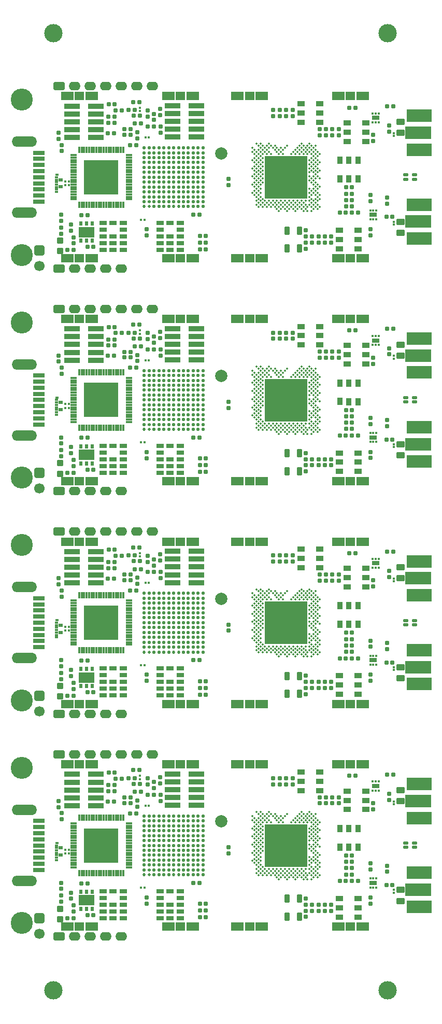
<source format=gts>
G04 Layer_Color=8388736*
%FSLAX44Y44*%
%MOMM*%
G71*
G01*
G75*
%ADD19C,0.3500*%
%ADD63R,7.0000X7.0000*%
%ADD117C,3.0000*%
%ADD118R,0.4000X0.4100*%
G04:AMPARAMS|DCode=119|XSize=0.7mm|YSize=0.7mm|CornerRadius=0.11mm|HoleSize=0mm|Usage=FLASHONLY|Rotation=180.000|XOffset=0mm|YOffset=0mm|HoleType=Round|Shape=RoundedRectangle|*
%AMROUNDEDRECTD119*
21,1,0.7000,0.4800,0,0,180.0*
21,1,0.4800,0.7000,0,0,180.0*
1,1,0.2200,-0.2400,0.2400*
1,1,0.2200,0.2400,0.2400*
1,1,0.2200,0.2400,-0.2400*
1,1,0.2200,-0.2400,-0.2400*
%
%ADD119ROUNDEDRECTD119*%
%ADD120R,4.1000X2.1000*%
%ADD121R,4.3500X2.1000*%
G04:AMPARAMS|DCode=122|XSize=0.6mm|YSize=0.7mm|CornerRadius=0.1mm|HoleSize=0mm|Usage=FLASHONLY|Rotation=0.000|XOffset=0mm|YOffset=0mm|HoleType=Round|Shape=RoundedRectangle|*
%AMROUNDEDRECTD122*
21,1,0.6000,0.5000,0,0,0.0*
21,1,0.4000,0.7000,0,0,0.0*
1,1,0.2000,0.2000,-0.2500*
1,1,0.2000,-0.2000,-0.2500*
1,1,0.2000,-0.2000,0.2500*
1,1,0.2000,0.2000,0.2500*
%
%ADD122ROUNDEDRECTD122*%
%ADD123C,2.0000*%
G04:AMPARAMS|DCode=124|XSize=0.7mm|YSize=0.7mm|CornerRadius=0.11mm|HoleSize=0mm|Usage=FLASHONLY|Rotation=270.000|XOffset=0mm|YOffset=0mm|HoleType=Round|Shape=RoundedRectangle|*
%AMROUNDEDRECTD124*
21,1,0.7000,0.4800,0,0,270.0*
21,1,0.4800,0.7000,0,0,270.0*
1,1,0.2200,-0.2400,-0.2400*
1,1,0.2200,-0.2400,0.2400*
1,1,0.2200,0.2400,0.2400*
1,1,0.2200,0.2400,-0.2400*
%
%ADD124ROUNDEDRECTD124*%
G04:AMPARAMS|DCode=125|XSize=1.1mm|YSize=1mm|CornerRadius=0.1625mm|HoleSize=0mm|Usage=FLASHONLY|Rotation=180.000|XOffset=0mm|YOffset=0mm|HoleType=Round|Shape=RoundedRectangle|*
%AMROUNDEDRECTD125*
21,1,1.1000,0.6750,0,0,180.0*
21,1,0.7750,1.0000,0,0,180.0*
1,1,0.3250,-0.3875,0.3375*
1,1,0.3250,0.3875,0.3375*
1,1,0.3250,0.3875,-0.3375*
1,1,0.3250,-0.3875,-0.3375*
%
%ADD125ROUNDEDRECTD125*%
G04:AMPARAMS|DCode=126|XSize=0.6mm|YSize=0.7mm|CornerRadius=0.1mm|HoleSize=0mm|Usage=FLASHONLY|Rotation=90.000|XOffset=0mm|YOffset=0mm|HoleType=Round|Shape=RoundedRectangle|*
%AMROUNDEDRECTD126*
21,1,0.6000,0.5000,0,0,90.0*
21,1,0.4000,0.7000,0,0,90.0*
1,1,0.2000,0.2500,0.2000*
1,1,0.2000,0.2500,-0.2000*
1,1,0.2000,-0.2500,-0.2000*
1,1,0.2000,-0.2500,0.2000*
%
%ADD126ROUNDEDRECTD126*%
%ADD127R,2.5000X0.8500*%
%ADD128C,0.5400*%
%ADD129O,0.5100X0.5400*%
%ADD130O,0.5400X0.4900*%
%ADD131C,0.5100*%
%ADD132R,1.9000X0.8000*%
%ADD133R,5.6500X5.6500*%
%ADD134R,1.0000X0.3000*%
%ADD135R,0.3000X1.0000*%
%ADD136R,0.4500X0.4000*%
%ADD137R,1.2000X0.8000*%
%ADD138R,0.7500X0.5500*%
%ADD139R,0.5000X0.3500*%
%ADD140R,0.6000X0.3500*%
%ADD141R,0.4000X0.4500*%
%ADD142R,1.5000X1.4000*%
%ADD143R,2.1000X1.4000*%
G04:AMPARAMS|DCode=144|XSize=1.4mm|YSize=0.9mm|CornerRadius=0.15mm|HoleSize=0mm|Usage=FLASHONLY|Rotation=270.000|XOffset=0mm|YOffset=0mm|HoleType=Round|Shape=RoundedRectangle|*
%AMROUNDEDRECTD144*
21,1,1.4000,0.6000,0,0,270.0*
21,1,1.1000,0.9000,0,0,270.0*
1,1,0.3000,-0.3000,-0.5500*
1,1,0.3000,-0.3000,0.5500*
1,1,0.3000,0.3000,0.5500*
1,1,0.3000,0.3000,-0.5500*
%
%ADD144ROUNDEDRECTD144*%
G04:AMPARAMS|DCode=145|XSize=0.8mm|YSize=0.5mm|CornerRadius=0.1mm|HoleSize=0mm|Usage=FLASHONLY|Rotation=180.000|XOffset=0mm|YOffset=0mm|HoleType=Round|Shape=RoundedRectangle|*
%AMROUNDEDRECTD145*
21,1,0.8000,0.3000,0,0,180.0*
21,1,0.6000,0.5000,0,0,180.0*
1,1,0.2000,-0.3000,0.1500*
1,1,0.2000,0.3000,0.1500*
1,1,0.2000,0.3000,-0.1500*
1,1,0.2000,-0.3000,-0.1500*
%
%ADD145ROUNDEDRECTD145*%
%ADD146R,0.8600X1.3000*%
%ADD147R,1.3000X0.8600*%
%ADD148R,1.3000X0.8000*%
%ADD149R,0.3500X0.4500*%
%ADD150R,2.6000X1.8000*%
%ADD151R,0.6000X0.8000*%
G04:AMPARAMS|DCode=152|XSize=1.4mm|YSize=1.1mm|CornerRadius=0.175mm|HoleSize=0mm|Usage=FLASHONLY|Rotation=0.000|XOffset=0mm|YOffset=0mm|HoleType=Round|Shape=RoundedRectangle|*
%AMROUNDEDRECTD152*
21,1,1.4000,0.7500,0,0,0.0*
21,1,1.0500,1.1000,0,0,0.0*
1,1,0.3500,0.5250,-0.3750*
1,1,0.3500,-0.5250,-0.3750*
1,1,0.3500,-0.5250,0.3750*
1,1,0.3500,0.5250,0.3750*
%
%ADD152ROUNDEDRECTD152*%
%ADD153O,4.1000X1.7000*%
%ADD154C,3.6000*%
%ADD155O,1.9000X1.4000*%
G04:AMPARAMS|DCode=156|XSize=1.9mm|YSize=1.4mm|CornerRadius=0.375mm|HoleSize=0mm|Usage=FLASHONLY|Rotation=0.000|XOffset=0mm|YOffset=0mm|HoleType=Round|Shape=RoundedRectangle|*
%AMROUNDEDRECTD156*
21,1,1.9000,0.6500,0,0,0.0*
21,1,1.1500,1.4000,0,0,0.0*
1,1,0.7500,0.5750,-0.3250*
1,1,0.7500,-0.5750,-0.3250*
1,1,0.7500,-0.5750,0.3250*
1,1,0.7500,0.5750,0.3250*
%
%ADD156ROUNDEDRECTD156*%
G04:AMPARAMS|DCode=157|XSize=1.624mm|YSize=1.624mm|CornerRadius=0.2405mm|HoleSize=0mm|Usage=FLASHONLY|Rotation=0.000|XOffset=0mm|YOffset=0mm|HoleType=Round|Shape=RoundedRectangle|*
%AMROUNDEDRECTD157*
21,1,1.6240,1.1430,0,0,0.0*
21,1,1.1430,1.6240,0,0,0.0*
1,1,0.4810,0.5715,-0.5715*
1,1,0.4810,-0.5715,-0.5715*
1,1,0.4810,-0.5715,0.5715*
1,1,0.4810,0.5715,0.5715*
%
%ADD157ROUNDEDRECTD157*%
%ADD158C,1.7000*%
%ADD159C,0.6000*%
D19*
X440610Y101510D02*
D03*
X453930D02*
D03*
X467250D02*
D03*
X480570D02*
D03*
X487230D02*
D03*
X477240Y104839D02*
D03*
X470580D02*
D03*
X463920D02*
D03*
X457260D02*
D03*
X450600D02*
D03*
X443940D02*
D03*
X437280D02*
D03*
X483900D02*
D03*
X493890Y101510D02*
D03*
X487230Y108169D02*
D03*
X427290D02*
D03*
X433950D02*
D03*
X440610D02*
D03*
X447270D02*
D03*
X453930D02*
D03*
X460590D02*
D03*
X467250D02*
D03*
X473910D02*
D03*
X480570D02*
D03*
X430620Y111500D02*
D03*
X437280D02*
D03*
X443940D02*
D03*
X450600D02*
D03*
X457260D02*
D03*
X463920D02*
D03*
X470580D02*
D03*
X477240D02*
D03*
X483900D02*
D03*
X473910Y114830D02*
D03*
X480570D02*
D03*
X467250D02*
D03*
X460590D02*
D03*
X453930D02*
D03*
X447270D02*
D03*
X440610D02*
D03*
X433950D02*
D03*
X427290D02*
D03*
X503880Y118160D02*
D03*
X497220D02*
D03*
X490560D02*
D03*
X483900D02*
D03*
X477240D02*
D03*
X470580D02*
D03*
X463920D02*
D03*
X457260D02*
D03*
X450600D02*
D03*
X443940D02*
D03*
X437280D02*
D03*
X430620D02*
D03*
X423960D02*
D03*
X403980Y111500D02*
D03*
X407310Y108169D02*
D03*
X403980Y118160D02*
D03*
X407310Y114830D02*
D03*
X410640Y111500D02*
D03*
X413970Y108169D02*
D03*
X420630Y114830D02*
D03*
X423960Y111500D02*
D03*
X417300D02*
D03*
X420630Y108169D02*
D03*
X413970Y114830D02*
D03*
X410640Y118160D02*
D03*
X407310Y121489D02*
D03*
X400650Y128150D02*
D03*
X403980Y124820D02*
D03*
X397320Y131480D02*
D03*
X417300Y118160D02*
D03*
X413970Y121490D02*
D03*
X410640Y124820D02*
D03*
X403980Y131480D02*
D03*
X407310Y128150D02*
D03*
X400650Y134810D02*
D03*
X410640Y131480D02*
D03*
X407310Y134810D02*
D03*
X400650Y141470D02*
D03*
X403980Y138140D02*
D03*
X397320Y144800D02*
D03*
X410640Y138140D02*
D03*
X407310Y141470D02*
D03*
X400650Y148130D02*
D03*
X403980Y144800D02*
D03*
X410640Y144800D02*
D03*
X407310Y148130D02*
D03*
X400650Y154790D02*
D03*
X403980Y151460D02*
D03*
X397320Y158120D02*
D03*
X413970Y148130D02*
D03*
X410640Y151460D02*
D03*
X407310Y154790D02*
D03*
X400650Y161450D02*
D03*
X403980Y158120D02*
D03*
X413970Y154790D02*
D03*
X410640Y158120D02*
D03*
X407310Y161450D02*
D03*
X400650Y168110D02*
D03*
X403980Y164780D02*
D03*
X397320Y171440D02*
D03*
X413970Y161450D02*
D03*
X410640Y164780D02*
D03*
X407310Y168110D02*
D03*
X400650Y174770D02*
D03*
X403980Y171440D02*
D03*
X413970Y168110D02*
D03*
X410640Y171440D02*
D03*
X407310Y174770D02*
D03*
X400650Y181430D02*
D03*
X403980Y178100D02*
D03*
X397320Y184760D02*
D03*
X413970Y174770D02*
D03*
X410640Y178100D02*
D03*
X407310Y181430D02*
D03*
X400650Y188090D02*
D03*
X403980Y184760D02*
D03*
X413970Y181430D02*
D03*
X410640Y184760D02*
D03*
X407310Y188090D02*
D03*
X400650Y194750D02*
D03*
X403980Y191420D02*
D03*
X397320Y198080D02*
D03*
X413970Y188090D02*
D03*
X410640Y191420D02*
D03*
X407310Y194750D02*
D03*
X400650Y201410D02*
D03*
X403980Y198080D02*
D03*
X397320Y204740D02*
D03*
X413970Y194750D02*
D03*
X410640Y198080D02*
D03*
X407310Y201410D02*
D03*
X420630Y194750D02*
D03*
X417300Y198080D02*
D03*
X413970Y201410D02*
D03*
X407310Y208070D02*
D03*
X410640Y204740D02*
D03*
X403980Y211400D02*
D03*
X410640D02*
D03*
X417300Y204740D02*
D03*
X413970Y208070D02*
D03*
X420630Y201410D02*
D03*
X423960Y198080D02*
D03*
X427290Y194750D02*
D03*
X423960Y204740D02*
D03*
X420630Y208070D02*
D03*
X423960Y211400D02*
D03*
X427290Y208070D02*
D03*
X443940Y204740D02*
D03*
X430620D02*
D03*
X433950Y208070D02*
D03*
Y201410D02*
D03*
X437280Y204740D02*
D03*
X440610Y201410D02*
D03*
X437280Y198080D02*
D03*
X453930Y208070D02*
D03*
X450600Y204740D02*
D03*
X447270Y201410D02*
D03*
X443940Y198080D02*
D03*
X440610Y194750D02*
D03*
X447270D02*
D03*
X500550Y208070D02*
D03*
X493890Y108170D02*
D03*
X490560Y111500D02*
D03*
X497220Y104840D02*
D03*
X503880D02*
D03*
X493890Y114830D02*
D03*
X500550Y108170D02*
D03*
X497220Y111500D02*
D03*
X503880D02*
D03*
X507210Y108170D02*
D03*
X493890Y121490D02*
D03*
X490560Y124820D02*
D03*
X500550Y114830D02*
D03*
X493890Y128150D02*
D03*
X490560Y131480D02*
D03*
X500550Y121490D02*
D03*
X503880Y124820D02*
D03*
X507210Y121490D02*
D03*
X493890Y134810D02*
D03*
X490560Y138140D02*
D03*
X500550Y128150D02*
D03*
X497220Y131480D02*
D03*
X503880D02*
D03*
X507210Y128150D02*
D03*
X500550Y134810D02*
D03*
X497220Y138140D02*
D03*
X503880D02*
D03*
X493890Y148130D02*
D03*
X490560Y151460D02*
D03*
X500550Y141470D02*
D03*
X497220Y144800D02*
D03*
X503880D02*
D03*
X507210Y141470D02*
D03*
X493890Y154790D02*
D03*
X490560Y158120D02*
D03*
X500550Y148130D02*
D03*
X497220Y151460D02*
D03*
Y158120D02*
D03*
X500550Y154790D02*
D03*
X490560Y164780D02*
D03*
X497220D02*
D03*
X500550Y161450D02*
D03*
X490560Y171440D02*
D03*
X493890Y168110D02*
D03*
X507210Y154790D02*
D03*
X503880Y158120D02*
D03*
X493890Y174770D02*
D03*
X497220Y171440D02*
D03*
X490560Y178100D02*
D03*
X503880Y164780D02*
D03*
X500550Y168110D02*
D03*
X503880Y171440D02*
D03*
X507210Y168110D02*
D03*
X460590Y194750D02*
D03*
X463920Y198080D02*
D03*
X467250Y194750D02*
D03*
X473910D02*
D03*
X467250Y201410D02*
D03*
X470580Y198080D02*
D03*
X473910Y201410D02*
D03*
X470580Y204740D02*
D03*
X480570Y194750D02*
D03*
X477240Y198080D02*
D03*
X493890Y181430D02*
D03*
X490560Y184760D02*
D03*
X500550Y174770D02*
D03*
X497220Y178100D02*
D03*
X503880Y184760D02*
D03*
X507210Y181430D02*
D03*
X500550D02*
D03*
X503880Y178100D02*
D03*
X480570Y208070D02*
D03*
X477240Y211400D02*
D03*
Y204740D02*
D03*
X473910Y208070D02*
D03*
X493890Y188090D02*
D03*
X497220Y184760D02*
D03*
X487230Y194750D02*
D03*
X480570Y201410D02*
D03*
X483900Y198080D02*
D03*
X500550Y188090D02*
D03*
X497220Y191420D02*
D03*
X490560Y198080D02*
D03*
X493890Y194750D02*
D03*
X483900Y204740D02*
D03*
X487230Y201410D02*
D03*
X490560Y204740D02*
D03*
X487230Y208070D02*
D03*
X497220Y198080D02*
D03*
X493890Y201410D02*
D03*
X500550Y194750D02*
D03*
X503880Y191420D02*
D03*
X507210Y194750D02*
D03*
X503880Y198080D02*
D03*
X500550Y201410D02*
D03*
X497220Y204740D02*
D03*
X493890Y208070D02*
D03*
X490560Y211400D02*
D03*
X440610Y465210D02*
D03*
X453930D02*
D03*
X467250D02*
D03*
X480570D02*
D03*
X487230D02*
D03*
X477240Y468540D02*
D03*
X470580D02*
D03*
X463920D02*
D03*
X457260D02*
D03*
X450600D02*
D03*
X443940D02*
D03*
X437280D02*
D03*
X483900D02*
D03*
X493890Y465210D02*
D03*
X487230Y471870D02*
D03*
X427290D02*
D03*
X433950D02*
D03*
X440610D02*
D03*
X447270D02*
D03*
X453930D02*
D03*
X460590D02*
D03*
X467250D02*
D03*
X473910D02*
D03*
X480570D02*
D03*
X430620Y475200D02*
D03*
X437280D02*
D03*
X443940D02*
D03*
X450600D02*
D03*
X457260D02*
D03*
X463920D02*
D03*
X470580D02*
D03*
X477240D02*
D03*
X483900D02*
D03*
X473910Y478530D02*
D03*
X480570D02*
D03*
X467250D02*
D03*
X460590D02*
D03*
X453930D02*
D03*
X447270D02*
D03*
X440610D02*
D03*
X433950D02*
D03*
X427290D02*
D03*
X503880Y481860D02*
D03*
X497220D02*
D03*
X490560D02*
D03*
X483900D02*
D03*
X477240D02*
D03*
X470580D02*
D03*
X463920D02*
D03*
X457260D02*
D03*
X450600D02*
D03*
X443940D02*
D03*
X437280D02*
D03*
X430620D02*
D03*
X423960D02*
D03*
X403980Y475200D02*
D03*
X407310Y471870D02*
D03*
X403980Y481860D02*
D03*
X407310Y478530D02*
D03*
X410640Y475200D02*
D03*
X413970Y471870D02*
D03*
X420630Y478530D02*
D03*
X423960Y475200D02*
D03*
X417300D02*
D03*
X420630Y471870D02*
D03*
X413970Y478530D02*
D03*
X410640Y481860D02*
D03*
X407310Y485190D02*
D03*
X400650Y491850D02*
D03*
X403980Y488520D02*
D03*
X397320Y495180D02*
D03*
X417300Y481860D02*
D03*
X413970Y485190D02*
D03*
X410640Y488520D02*
D03*
X403980Y495180D02*
D03*
X407310Y491850D02*
D03*
X400650Y498510D02*
D03*
X410640Y495180D02*
D03*
X407310Y498510D02*
D03*
X400650Y505170D02*
D03*
X403980Y501840D02*
D03*
X397320Y508500D02*
D03*
X410640Y501840D02*
D03*
X407310Y505170D02*
D03*
X400650Y511830D02*
D03*
X403980Y508500D02*
D03*
X410640Y508500D02*
D03*
X407310Y511830D02*
D03*
X400650Y518490D02*
D03*
X403980Y515160D02*
D03*
X397320Y521820D02*
D03*
X413970Y511830D02*
D03*
X410640Y515160D02*
D03*
X407310Y518490D02*
D03*
X400650Y525150D02*
D03*
X403980Y521820D02*
D03*
X413970Y518490D02*
D03*
X410640Y521820D02*
D03*
X407310Y525150D02*
D03*
X400650Y531810D02*
D03*
X403980Y528480D02*
D03*
X397320Y535140D02*
D03*
X413970Y525150D02*
D03*
X410640Y528480D02*
D03*
X407310Y531810D02*
D03*
X400650Y538470D02*
D03*
X403980Y535140D02*
D03*
X413970Y531810D02*
D03*
X410640Y535140D02*
D03*
X407310Y538470D02*
D03*
X400650Y545130D02*
D03*
X403980Y541800D02*
D03*
X397320Y548460D02*
D03*
X413970Y538470D02*
D03*
X410640Y541800D02*
D03*
X407310Y545130D02*
D03*
X400650Y551790D02*
D03*
X403980Y548460D02*
D03*
X413970Y545130D02*
D03*
X410640Y548460D02*
D03*
X407310Y551790D02*
D03*
X400650Y558450D02*
D03*
X403980Y555120D02*
D03*
X397320Y561780D02*
D03*
X413970Y551790D02*
D03*
X410640Y555120D02*
D03*
X407310Y558450D02*
D03*
X400650Y565110D02*
D03*
X403980Y561780D02*
D03*
X397320Y568440D02*
D03*
X413970Y558450D02*
D03*
X410640Y561780D02*
D03*
X407310Y565110D02*
D03*
X420630Y558450D02*
D03*
X417300Y561780D02*
D03*
X413970Y565110D02*
D03*
X407310Y571770D02*
D03*
X410640Y568440D02*
D03*
X403980Y575100D02*
D03*
X410640D02*
D03*
X417300Y568440D02*
D03*
X413970Y571770D02*
D03*
X420630Y565110D02*
D03*
X423960Y561780D02*
D03*
X427290Y558450D02*
D03*
X423960Y568440D02*
D03*
X420630Y571770D02*
D03*
X423960Y575100D02*
D03*
X427290Y571770D02*
D03*
X443940Y568440D02*
D03*
X430620D02*
D03*
X433950Y571770D02*
D03*
Y565110D02*
D03*
X437280Y568440D02*
D03*
X440610Y565110D02*
D03*
X437280Y561780D02*
D03*
X453930Y571770D02*
D03*
X450600Y568440D02*
D03*
X447270Y565110D02*
D03*
X443940Y561780D02*
D03*
X440610Y558450D02*
D03*
X447270D02*
D03*
X500550Y571770D02*
D03*
X493890Y471870D02*
D03*
X490560Y475200D02*
D03*
X497220Y468540D02*
D03*
X503880D02*
D03*
X493890Y478530D02*
D03*
X500550Y471870D02*
D03*
X497220Y475200D02*
D03*
X503880D02*
D03*
X507210Y471870D02*
D03*
X493890Y485190D02*
D03*
X490560Y488520D02*
D03*
X500550Y478530D02*
D03*
X493890Y491850D02*
D03*
X490560Y495180D02*
D03*
X500550Y485190D02*
D03*
X503880Y488520D02*
D03*
X507210Y485190D02*
D03*
X493890Y498510D02*
D03*
X490560Y501840D02*
D03*
X500550Y491850D02*
D03*
X497220Y495180D02*
D03*
X503880D02*
D03*
X507210Y491850D02*
D03*
X500550Y498510D02*
D03*
X497220Y501840D02*
D03*
X503880D02*
D03*
X493890Y511830D02*
D03*
X490560Y515160D02*
D03*
X500550Y505170D02*
D03*
X497220Y508500D02*
D03*
X503880D02*
D03*
X507210Y505170D02*
D03*
X493890Y518490D02*
D03*
X490560Y521820D02*
D03*
X500550Y511830D02*
D03*
X497220Y515160D02*
D03*
Y521820D02*
D03*
X500550Y518490D02*
D03*
X490560Y528480D02*
D03*
X497220D02*
D03*
X500550Y525150D02*
D03*
X490560Y535140D02*
D03*
X493890Y531810D02*
D03*
X507210Y518490D02*
D03*
X503880Y521820D02*
D03*
X493890Y538470D02*
D03*
X497220Y535140D02*
D03*
X490560Y541800D02*
D03*
X503880Y528480D02*
D03*
X500550Y531810D02*
D03*
X503880Y535140D02*
D03*
X507210Y531810D02*
D03*
X460590Y558450D02*
D03*
X463920Y561780D02*
D03*
X467250Y558450D02*
D03*
X473910D02*
D03*
X467250Y565110D02*
D03*
X470580Y561780D02*
D03*
X473910Y565110D02*
D03*
X470580Y568440D02*
D03*
X480570Y558450D02*
D03*
X477240Y561780D02*
D03*
X493890Y545130D02*
D03*
X490560Y548460D02*
D03*
X500550Y538470D02*
D03*
X497220Y541800D02*
D03*
X503880Y548460D02*
D03*
X507210Y545130D02*
D03*
X500550D02*
D03*
X503880Y541800D02*
D03*
X480570Y571770D02*
D03*
X477240Y575100D02*
D03*
Y568440D02*
D03*
X473910Y571770D02*
D03*
X493890Y551790D02*
D03*
X497220Y548460D02*
D03*
X487230Y558450D02*
D03*
X480570Y565110D02*
D03*
X483900Y561780D02*
D03*
X500550Y551790D02*
D03*
X497220Y555120D02*
D03*
X490560Y561780D02*
D03*
X493890Y558450D02*
D03*
X483900Y568440D02*
D03*
X487230Y565110D02*
D03*
X490560Y568440D02*
D03*
X487230Y571770D02*
D03*
X497220Y561780D02*
D03*
X493890Y565110D02*
D03*
X500550Y558450D02*
D03*
X503880Y555120D02*
D03*
X507210Y558450D02*
D03*
X503880Y561780D02*
D03*
X500550Y565110D02*
D03*
X497220Y568440D02*
D03*
X493890Y571770D02*
D03*
X490560Y575100D02*
D03*
X440610Y828910D02*
D03*
X453930D02*
D03*
X467250D02*
D03*
X480570D02*
D03*
X487230D02*
D03*
X477240Y832240D02*
D03*
X470580D02*
D03*
X463920D02*
D03*
X457260D02*
D03*
X450600D02*
D03*
X443940D02*
D03*
X437280D02*
D03*
X483900D02*
D03*
X493890Y828910D02*
D03*
X487230Y835570D02*
D03*
X427290D02*
D03*
X433950D02*
D03*
X440610D02*
D03*
X447270D02*
D03*
X453930D02*
D03*
X460590D02*
D03*
X467250D02*
D03*
X473910D02*
D03*
X480570D02*
D03*
X430620Y838900D02*
D03*
X437280D02*
D03*
X443940D02*
D03*
X450600D02*
D03*
X457260D02*
D03*
X463920D02*
D03*
X470580D02*
D03*
X477240D02*
D03*
X483900D02*
D03*
X473910Y842230D02*
D03*
X480570D02*
D03*
X467250D02*
D03*
X460590D02*
D03*
X453930D02*
D03*
X447270D02*
D03*
X440610D02*
D03*
X433950D02*
D03*
X427290D02*
D03*
X503880Y845560D02*
D03*
X497220D02*
D03*
X490560D02*
D03*
X483900D02*
D03*
X477240D02*
D03*
X470580D02*
D03*
X463920D02*
D03*
X457260D02*
D03*
X450600D02*
D03*
X443940D02*
D03*
X437280D02*
D03*
X430620D02*
D03*
X423960D02*
D03*
X403980Y838900D02*
D03*
X407310Y835570D02*
D03*
X403980Y845560D02*
D03*
X407310Y842230D02*
D03*
X410640Y838900D02*
D03*
X413970Y835570D02*
D03*
X420630Y842230D02*
D03*
X423960Y838900D02*
D03*
X417300D02*
D03*
X420630Y835570D02*
D03*
X413970Y842230D02*
D03*
X410640Y845560D02*
D03*
X407310Y848890D02*
D03*
X400650Y855550D02*
D03*
X403980Y852220D02*
D03*
X397320Y858880D02*
D03*
X417300Y845560D02*
D03*
X413970Y848890D02*
D03*
X410640Y852220D02*
D03*
X403980Y858880D02*
D03*
X407310Y855550D02*
D03*
X400650Y862210D02*
D03*
X410640Y858880D02*
D03*
X407310Y862210D02*
D03*
X400650Y868870D02*
D03*
X403980Y865540D02*
D03*
X397320Y872200D02*
D03*
X410640Y865540D02*
D03*
X407310Y868870D02*
D03*
X400650Y875530D02*
D03*
X403980Y872200D02*
D03*
X410640Y872200D02*
D03*
X407310Y875530D02*
D03*
X400650Y882190D02*
D03*
X403980Y878860D02*
D03*
X397320Y885520D02*
D03*
X413970Y875530D02*
D03*
X410640Y878860D02*
D03*
X407310Y882190D02*
D03*
X400650Y888850D02*
D03*
X403980Y885520D02*
D03*
X413970Y882190D02*
D03*
X410640Y885520D02*
D03*
X407310Y888850D02*
D03*
X400650Y895510D02*
D03*
X403980Y892180D02*
D03*
X397320Y898840D02*
D03*
X413970Y888850D02*
D03*
X410640Y892180D02*
D03*
X407310Y895510D02*
D03*
X400650Y902170D02*
D03*
X403980Y898840D02*
D03*
X413970Y895510D02*
D03*
X410640Y898840D02*
D03*
X407310Y902170D02*
D03*
X400650Y908830D02*
D03*
X403980Y905500D02*
D03*
X397320Y912160D02*
D03*
X413970Y902170D02*
D03*
X410640Y905500D02*
D03*
X407310Y908830D02*
D03*
X400650Y915490D02*
D03*
X403980Y912160D02*
D03*
X413970Y908830D02*
D03*
X410640Y912160D02*
D03*
X407310Y915490D02*
D03*
X400650Y922150D02*
D03*
X403980Y918820D02*
D03*
X397320Y925480D02*
D03*
X413970Y915490D02*
D03*
X410640Y918820D02*
D03*
X407310Y922150D02*
D03*
X400650Y928810D02*
D03*
X403980Y925480D02*
D03*
X397320Y932140D02*
D03*
X413970Y922150D02*
D03*
X410640Y925480D02*
D03*
X407310Y928810D02*
D03*
X420630Y922150D02*
D03*
X417300Y925480D02*
D03*
X413970Y928810D02*
D03*
X407310Y935470D02*
D03*
X410640Y932140D02*
D03*
X403980Y938800D02*
D03*
X410640D02*
D03*
X417300Y932140D02*
D03*
X413970Y935470D02*
D03*
X420630Y928810D02*
D03*
X423960Y925480D02*
D03*
X427290Y922150D02*
D03*
X423960Y932140D02*
D03*
X420630Y935470D02*
D03*
X423960Y938800D02*
D03*
X427290Y935470D02*
D03*
X443940Y932140D02*
D03*
X430620D02*
D03*
X433950Y935470D02*
D03*
Y928810D02*
D03*
X437280Y932140D02*
D03*
X440610Y928810D02*
D03*
X437280Y925480D02*
D03*
X453930Y935470D02*
D03*
X450600Y932140D02*
D03*
X447270Y928810D02*
D03*
X443940Y925480D02*
D03*
X440610Y922150D02*
D03*
X447270D02*
D03*
X500550Y935470D02*
D03*
X493890Y835570D02*
D03*
X490560Y838900D02*
D03*
X497220Y832240D02*
D03*
X503880D02*
D03*
X493890Y842230D02*
D03*
X500550Y835570D02*
D03*
X497220Y838900D02*
D03*
X503880D02*
D03*
X507210Y835570D02*
D03*
X493890Y848890D02*
D03*
X490560Y852220D02*
D03*
X500550Y842230D02*
D03*
X493890Y855550D02*
D03*
X490560Y858880D02*
D03*
X500550Y848890D02*
D03*
X503880Y852220D02*
D03*
X507210Y848890D02*
D03*
X493890Y862210D02*
D03*
X490560Y865540D02*
D03*
X500550Y855550D02*
D03*
X497220Y858880D02*
D03*
X503880D02*
D03*
X507210Y855550D02*
D03*
X500550Y862210D02*
D03*
X497220Y865540D02*
D03*
X503880D02*
D03*
X493890Y875530D02*
D03*
X490560Y878860D02*
D03*
X500550Y868870D02*
D03*
X497220Y872200D02*
D03*
X503880D02*
D03*
X507210Y868870D02*
D03*
X493890Y882190D02*
D03*
X490560Y885520D02*
D03*
X500550Y875530D02*
D03*
X497220Y878860D02*
D03*
Y885520D02*
D03*
X500550Y882190D02*
D03*
X490560Y892180D02*
D03*
X497220D02*
D03*
X500550Y888850D02*
D03*
X490560Y898840D02*
D03*
X493890Y895510D02*
D03*
X507210Y882190D02*
D03*
X503880Y885520D02*
D03*
X493890Y902170D02*
D03*
X497220Y898840D02*
D03*
X490560Y905500D02*
D03*
X503880Y892180D02*
D03*
X500550Y895510D02*
D03*
X503880Y898840D02*
D03*
X507210Y895510D02*
D03*
X460590Y922150D02*
D03*
X463920Y925480D02*
D03*
X467250Y922150D02*
D03*
X473910D02*
D03*
X467250Y928810D02*
D03*
X470580Y925480D02*
D03*
X473910Y928810D02*
D03*
X470580Y932140D02*
D03*
X480570Y922150D02*
D03*
X477240Y925480D02*
D03*
X493890Y908830D02*
D03*
X490560Y912160D02*
D03*
X500550Y902170D02*
D03*
X497220Y905500D02*
D03*
X503880Y912160D02*
D03*
X507210Y908830D02*
D03*
X500550D02*
D03*
X503880Y905500D02*
D03*
X480570Y935470D02*
D03*
X477240Y938800D02*
D03*
Y932140D02*
D03*
X473910Y935470D02*
D03*
X493890Y915490D02*
D03*
X497220Y912160D02*
D03*
X487230Y922150D02*
D03*
X480570Y928810D02*
D03*
X483900Y925480D02*
D03*
X500550Y915490D02*
D03*
X497220Y918820D02*
D03*
X490560Y925480D02*
D03*
X493890Y922150D02*
D03*
X483900Y932140D02*
D03*
X487230Y928810D02*
D03*
X490560Y932140D02*
D03*
X487230Y935470D02*
D03*
X497220Y925480D02*
D03*
X493890Y928810D02*
D03*
X500550Y922150D02*
D03*
X503880Y918820D02*
D03*
X507210Y922150D02*
D03*
X503880Y925480D02*
D03*
X500550Y928810D02*
D03*
X497220Y932140D02*
D03*
X493890Y935470D02*
D03*
X490560Y938800D02*
D03*
X440610Y1192610D02*
D03*
X453930D02*
D03*
X467250D02*
D03*
X480570D02*
D03*
X487230D02*
D03*
X477240Y1195940D02*
D03*
X470580D02*
D03*
X463920D02*
D03*
X457260D02*
D03*
X450600D02*
D03*
X443940D02*
D03*
X437280D02*
D03*
X483900D02*
D03*
X493890Y1192610D02*
D03*
X487230Y1199270D02*
D03*
X427290D02*
D03*
X433950D02*
D03*
X440610D02*
D03*
X447270D02*
D03*
X453930D02*
D03*
X460590D02*
D03*
X467250D02*
D03*
X473910D02*
D03*
X480570D02*
D03*
X430620Y1202600D02*
D03*
X437280D02*
D03*
X443940D02*
D03*
X450600D02*
D03*
X457260D02*
D03*
X463920D02*
D03*
X470580D02*
D03*
X477240D02*
D03*
X483900D02*
D03*
X473910Y1205930D02*
D03*
X480570D02*
D03*
X467250D02*
D03*
X460590D02*
D03*
X453930D02*
D03*
X447270D02*
D03*
X440610D02*
D03*
X433950D02*
D03*
X427290D02*
D03*
X503880Y1209260D02*
D03*
X497220D02*
D03*
X490560D02*
D03*
X483900D02*
D03*
X477240D02*
D03*
X470580D02*
D03*
X463920D02*
D03*
X457260D02*
D03*
X450600D02*
D03*
X443940D02*
D03*
X437280D02*
D03*
X430620D02*
D03*
X423960D02*
D03*
X403980Y1202600D02*
D03*
X407310Y1199270D02*
D03*
X403980Y1209260D02*
D03*
X407310Y1205930D02*
D03*
X410640Y1202600D02*
D03*
X413970Y1199270D02*
D03*
X420630Y1205930D02*
D03*
X423960Y1202600D02*
D03*
X417300D02*
D03*
X420630Y1199270D02*
D03*
X413970Y1205930D02*
D03*
X410640Y1209260D02*
D03*
X407310Y1212590D02*
D03*
X400650Y1219250D02*
D03*
X403980Y1215920D02*
D03*
X397320Y1222580D02*
D03*
X417300Y1209260D02*
D03*
X413970Y1212590D02*
D03*
X410640Y1215920D02*
D03*
X403980Y1222580D02*
D03*
X407310Y1219250D02*
D03*
X400650Y1225910D02*
D03*
X410640Y1222580D02*
D03*
X407310Y1225910D02*
D03*
X400650Y1232570D02*
D03*
X403980Y1229240D02*
D03*
X397320Y1235900D02*
D03*
X410640Y1229240D02*
D03*
X407310Y1232570D02*
D03*
X400650Y1239230D02*
D03*
X403980Y1235900D02*
D03*
X410640Y1235900D02*
D03*
X407310Y1239230D02*
D03*
X400650Y1245890D02*
D03*
X403980Y1242560D02*
D03*
X397320Y1249220D02*
D03*
X413970Y1239230D02*
D03*
X410640Y1242560D02*
D03*
X407310Y1245890D02*
D03*
X400650Y1252550D02*
D03*
X403980Y1249220D02*
D03*
X413970Y1245890D02*
D03*
X410640Y1249220D02*
D03*
X407310Y1252550D02*
D03*
X400650Y1259210D02*
D03*
X403980Y1255880D02*
D03*
X397320Y1262540D02*
D03*
X413970Y1252550D02*
D03*
X410640Y1255880D02*
D03*
X407310Y1259210D02*
D03*
X400650Y1265870D02*
D03*
X403980Y1262540D02*
D03*
X413970Y1259210D02*
D03*
X410640Y1262540D02*
D03*
X407310Y1265870D02*
D03*
X400650Y1272530D02*
D03*
X403980Y1269200D02*
D03*
X397320Y1275860D02*
D03*
X413970Y1265870D02*
D03*
X410640Y1269200D02*
D03*
X407310Y1272530D02*
D03*
X400650Y1279190D02*
D03*
X403980Y1275860D02*
D03*
X413970Y1272530D02*
D03*
X410640Y1275860D02*
D03*
X407310Y1279190D02*
D03*
X400650Y1285850D02*
D03*
X403980Y1282520D02*
D03*
X397320Y1289180D02*
D03*
X413970Y1279190D02*
D03*
X410640Y1282520D02*
D03*
X407310Y1285850D02*
D03*
X400650Y1292510D02*
D03*
X403980Y1289180D02*
D03*
X397320Y1295840D02*
D03*
X413970Y1285850D02*
D03*
X410640Y1289180D02*
D03*
X407310Y1292510D02*
D03*
X420630Y1285850D02*
D03*
X417300Y1289180D02*
D03*
X413970Y1292510D02*
D03*
X407310Y1299170D02*
D03*
X410640Y1295840D02*
D03*
X403980Y1302500D02*
D03*
X410640D02*
D03*
X417300Y1295840D02*
D03*
X413970Y1299170D02*
D03*
X420630Y1292510D02*
D03*
X423960Y1289180D02*
D03*
X427290Y1285850D02*
D03*
X423960Y1295840D02*
D03*
X420630Y1299170D02*
D03*
X423960Y1302500D02*
D03*
X427290Y1299170D02*
D03*
X443940Y1295840D02*
D03*
X430620D02*
D03*
X433950Y1299170D02*
D03*
Y1292510D02*
D03*
X437280Y1295840D02*
D03*
X440610Y1292510D02*
D03*
X437280Y1289180D02*
D03*
X453930Y1299170D02*
D03*
X450600Y1295840D02*
D03*
X447270Y1292510D02*
D03*
X443940Y1289180D02*
D03*
X440610Y1285850D02*
D03*
X447270D02*
D03*
X500550Y1299170D02*
D03*
X493890Y1199270D02*
D03*
X490560Y1202600D02*
D03*
X497220Y1195940D02*
D03*
X503880D02*
D03*
X493890Y1205930D02*
D03*
X500550Y1199270D02*
D03*
X497220Y1202600D02*
D03*
X503880D02*
D03*
X507210Y1199270D02*
D03*
X493890Y1212590D02*
D03*
X490560Y1215920D02*
D03*
X500550Y1205930D02*
D03*
X493890Y1219250D02*
D03*
X490560Y1222580D02*
D03*
X500550Y1212590D02*
D03*
X503880Y1215920D02*
D03*
X507210Y1212590D02*
D03*
X493890Y1225910D02*
D03*
X490560Y1229240D02*
D03*
X500550Y1219250D02*
D03*
X497220Y1222580D02*
D03*
X503880D02*
D03*
X507210Y1219250D02*
D03*
X500550Y1225910D02*
D03*
X497220Y1229240D02*
D03*
X503880D02*
D03*
X493890Y1239230D02*
D03*
X490560Y1242560D02*
D03*
X500550Y1232570D02*
D03*
X497220Y1235900D02*
D03*
X503880D02*
D03*
X507210Y1232570D02*
D03*
X493890Y1245890D02*
D03*
X490560Y1249220D02*
D03*
X500550Y1239230D02*
D03*
X497220Y1242560D02*
D03*
Y1249220D02*
D03*
X500550Y1245890D02*
D03*
X490560Y1255880D02*
D03*
X497220D02*
D03*
X500550Y1252550D02*
D03*
X490560Y1262540D02*
D03*
X493890Y1259210D02*
D03*
X507210Y1245890D02*
D03*
X503880Y1249220D02*
D03*
X493890Y1265870D02*
D03*
X497220Y1262540D02*
D03*
X490560Y1269200D02*
D03*
X503880Y1255880D02*
D03*
X500550Y1259210D02*
D03*
X503880Y1262540D02*
D03*
X507210Y1259210D02*
D03*
X460590Y1285850D02*
D03*
X463920Y1289180D02*
D03*
X467250Y1285850D02*
D03*
X473910D02*
D03*
X467250Y1292510D02*
D03*
X470580Y1289180D02*
D03*
X473910Y1292510D02*
D03*
X470580Y1295840D02*
D03*
X480570Y1285850D02*
D03*
X477240Y1289180D02*
D03*
X493890Y1272530D02*
D03*
X490560Y1275860D02*
D03*
X500550Y1265870D02*
D03*
X497220Y1269200D02*
D03*
X503880Y1275860D02*
D03*
X507210Y1272530D02*
D03*
X500550D02*
D03*
X503880Y1269200D02*
D03*
X480570Y1299170D02*
D03*
X477240Y1302500D02*
D03*
Y1295840D02*
D03*
X473910Y1299170D02*
D03*
X493890Y1279190D02*
D03*
X497220Y1275860D02*
D03*
X487230Y1285850D02*
D03*
X480570Y1292510D02*
D03*
X483900Y1289180D02*
D03*
X500550Y1279190D02*
D03*
X497220Y1282520D02*
D03*
X490560Y1289180D02*
D03*
X493890Y1285850D02*
D03*
X483900Y1295840D02*
D03*
X487230Y1292510D02*
D03*
X490560Y1295840D02*
D03*
X487230Y1299170D02*
D03*
X497220Y1289180D02*
D03*
X493890Y1292510D02*
D03*
X500550Y1285850D02*
D03*
X503880Y1282520D02*
D03*
X507210Y1285850D02*
D03*
X503880Y1289180D02*
D03*
X500550Y1292510D02*
D03*
X497220Y1295840D02*
D03*
X493890Y1299170D02*
D03*
X490560Y1302500D02*
D03*
D63*
X452160Y156410D02*
D03*
Y520110D02*
D03*
Y883810D02*
D03*
Y1247510D02*
D03*
D117*
X72000Y-80000D02*
D03*
X618000D02*
D03*
X617999Y1482800D02*
D03*
X71999D02*
D03*
D118*
X628500Y79750D02*
D03*
Y84250D02*
D03*
Y224250D02*
D03*
Y228750D02*
D03*
Y443450D02*
D03*
Y447950D02*
D03*
Y587950D02*
D03*
Y592450D02*
D03*
Y807150D02*
D03*
Y811650D02*
D03*
Y951650D02*
D03*
Y956150D02*
D03*
Y1170850D02*
D03*
Y1175350D02*
D03*
Y1315350D02*
D03*
Y1319850D02*
D03*
D119*
X100750Y69750D02*
D03*
Y79750D02*
D03*
X84750Y64750D02*
D03*
Y74750D02*
D03*
X104750Y58750D02*
D03*
Y48750D02*
D03*
X357751Y143750D02*
D03*
Y153750D02*
D03*
X236250Y250250D02*
D03*
Y260250D02*
D03*
X224750Y71750D02*
D03*
Y61750D02*
D03*
X538750Y235500D02*
D03*
Y225500D02*
D03*
X484352Y60150D02*
D03*
Y70150D02*
D03*
X484352Y50150D02*
D03*
Y40150D02*
D03*
X100750Y433450D02*
D03*
Y443450D02*
D03*
X84750Y428450D02*
D03*
Y438450D02*
D03*
X104750Y422450D02*
D03*
Y412450D02*
D03*
X357751Y507450D02*
D03*
Y517450D02*
D03*
X236250Y613950D02*
D03*
Y623950D02*
D03*
X224750Y435450D02*
D03*
Y425450D02*
D03*
X538750Y599200D02*
D03*
Y589200D02*
D03*
X484352Y423850D02*
D03*
Y433850D02*
D03*
X484352Y413850D02*
D03*
Y403850D02*
D03*
X100750Y797150D02*
D03*
Y807150D02*
D03*
X84750Y792150D02*
D03*
Y802150D02*
D03*
X104750Y786150D02*
D03*
Y776150D02*
D03*
X357751Y871150D02*
D03*
Y881150D02*
D03*
X236250Y977650D02*
D03*
Y987650D02*
D03*
X224750Y799150D02*
D03*
Y789150D02*
D03*
X538750Y962900D02*
D03*
Y952900D02*
D03*
X484352Y787550D02*
D03*
Y797550D02*
D03*
X484352Y777550D02*
D03*
Y767550D02*
D03*
X100750Y1160850D02*
D03*
Y1170850D02*
D03*
X84750Y1155850D02*
D03*
Y1165850D02*
D03*
X104750Y1149850D02*
D03*
Y1139850D02*
D03*
X357751Y1234850D02*
D03*
Y1244850D02*
D03*
X236250Y1341350D02*
D03*
Y1351350D02*
D03*
X224750Y1162850D02*
D03*
Y1152850D02*
D03*
X538750Y1326600D02*
D03*
Y1316600D02*
D03*
X484352Y1151250D02*
D03*
Y1161250D02*
D03*
X484352Y1141250D02*
D03*
Y1131250D02*
D03*
D120*
X669450Y257075D02*
D03*
Y201675D02*
D03*
Y56675D02*
D03*
Y112075D02*
D03*
Y620775D02*
D03*
Y565375D02*
D03*
Y420375D02*
D03*
Y475775D02*
D03*
Y984475D02*
D03*
Y929075D02*
D03*
Y784075D02*
D03*
Y839475D02*
D03*
Y1348175D02*
D03*
Y1292775D02*
D03*
Y1147775D02*
D03*
Y1203175D02*
D03*
D121*
X668450Y229375D02*
D03*
Y84375D02*
D03*
Y593075D02*
D03*
Y448075D02*
D03*
Y956775D02*
D03*
Y811775D02*
D03*
Y1320475D02*
D03*
Y1175475D02*
D03*
D122*
X462750Y266750D02*
D03*
Y256750D02*
D03*
X85000Y95750D02*
D03*
Y85750D02*
D03*
X85251Y209500D02*
D03*
Y199500D02*
D03*
X80250Y219500D02*
D03*
Y229500D02*
D03*
X246750Y258250D02*
D03*
Y268250D02*
D03*
X247000Y239500D02*
D03*
Y229500D02*
D03*
X431250Y266750D02*
D03*
Y256750D02*
D03*
X225750Y256100D02*
D03*
Y266100D02*
D03*
X494852Y50150D02*
D03*
Y60150D02*
D03*
X525852Y60150D02*
D03*
Y50150D02*
D03*
X507324Y225579D02*
D03*
Y235579D02*
D03*
X550000Y119850D02*
D03*
Y129850D02*
D03*
X560000D02*
D03*
Y119850D02*
D03*
X589750Y62000D02*
D03*
Y72000D02*
D03*
X209500Y230250D02*
D03*
Y220250D02*
D03*
X594500Y216000D02*
D03*
Y226000D02*
D03*
X620250Y231250D02*
D03*
Y241250D02*
D03*
X589750Y127500D02*
D03*
Y117500D02*
D03*
X617500Y123750D02*
D03*
Y113750D02*
D03*
X462750Y630450D02*
D03*
Y620450D02*
D03*
X85000Y459450D02*
D03*
Y449450D02*
D03*
X85251Y573200D02*
D03*
Y563200D02*
D03*
X80250Y583200D02*
D03*
Y593200D02*
D03*
X246750Y621950D02*
D03*
Y631950D02*
D03*
X247000Y603200D02*
D03*
Y593200D02*
D03*
X431250Y630450D02*
D03*
Y620450D02*
D03*
X225750Y619800D02*
D03*
Y629800D02*
D03*
X494852Y413850D02*
D03*
Y423850D02*
D03*
X525852Y423850D02*
D03*
Y413850D02*
D03*
X507324Y589280D02*
D03*
Y599280D02*
D03*
X550000Y483550D02*
D03*
Y493550D02*
D03*
X560000D02*
D03*
Y483550D02*
D03*
X589750Y425700D02*
D03*
Y435700D02*
D03*
X209500Y593950D02*
D03*
Y583950D02*
D03*
X594500Y579700D02*
D03*
Y589700D02*
D03*
X620250Y594950D02*
D03*
Y604950D02*
D03*
X589750Y491200D02*
D03*
Y481200D02*
D03*
X617500Y487450D02*
D03*
Y477450D02*
D03*
X462750Y994150D02*
D03*
Y984150D02*
D03*
X85000Y823150D02*
D03*
Y813150D02*
D03*
X85251Y936900D02*
D03*
Y926900D02*
D03*
X80250Y946900D02*
D03*
Y956900D02*
D03*
X246750Y985650D02*
D03*
Y995650D02*
D03*
X247000Y966900D02*
D03*
Y956900D02*
D03*
X431250Y994150D02*
D03*
Y984150D02*
D03*
X225750Y983500D02*
D03*
Y993500D02*
D03*
X494852Y777550D02*
D03*
Y787550D02*
D03*
X525852Y787550D02*
D03*
Y777550D02*
D03*
X507324Y952980D02*
D03*
Y962980D02*
D03*
X550000Y847250D02*
D03*
Y857250D02*
D03*
X560000D02*
D03*
Y847250D02*
D03*
X589750Y789400D02*
D03*
Y799400D02*
D03*
X209500Y957650D02*
D03*
Y947650D02*
D03*
X594500Y943400D02*
D03*
Y953400D02*
D03*
X620250Y958650D02*
D03*
Y968650D02*
D03*
X589750Y854900D02*
D03*
Y844900D02*
D03*
X617500Y851150D02*
D03*
Y841150D02*
D03*
X462750Y1357850D02*
D03*
Y1347850D02*
D03*
X85000Y1186850D02*
D03*
Y1176850D02*
D03*
X85251Y1300600D02*
D03*
Y1290600D02*
D03*
X80250Y1310600D02*
D03*
Y1320600D02*
D03*
X246750Y1349350D02*
D03*
Y1359350D02*
D03*
X247000Y1330600D02*
D03*
Y1320600D02*
D03*
X431250Y1357850D02*
D03*
Y1347850D02*
D03*
X225750Y1347200D02*
D03*
Y1357200D02*
D03*
X494852Y1141250D02*
D03*
Y1151250D02*
D03*
X525852Y1151250D02*
D03*
Y1141250D02*
D03*
X507324Y1316680D02*
D03*
Y1326680D02*
D03*
X550000Y1210950D02*
D03*
Y1220950D02*
D03*
X560000D02*
D03*
Y1210950D02*
D03*
X589750Y1153100D02*
D03*
Y1163100D02*
D03*
X209500Y1321350D02*
D03*
Y1311350D02*
D03*
X594500Y1307100D02*
D03*
Y1317100D02*
D03*
X620250Y1322350D02*
D03*
Y1332350D02*
D03*
X589750Y1218600D02*
D03*
Y1208600D02*
D03*
X617500Y1214850D02*
D03*
Y1204850D02*
D03*
D123*
X346000Y196000D02*
D03*
Y559700D02*
D03*
Y923400D02*
D03*
Y1287100D02*
D03*
D124*
X118000Y95000D02*
D03*
X128000D02*
D03*
X94750Y37750D02*
D03*
X104750D02*
D03*
X207500Y209250D02*
D03*
X197500D02*
D03*
X300500Y95500D02*
D03*
X310500D02*
D03*
X226000Y239500D02*
D03*
X236000D02*
D03*
X194500Y266750D02*
D03*
X204500D02*
D03*
X549926Y98771D02*
D03*
X539927D02*
D03*
X559927Y98771D02*
D03*
X569926D02*
D03*
X321250Y39250D02*
D03*
X311250D02*
D03*
X321275Y50205D02*
D03*
X311275D02*
D03*
X321250Y61250D02*
D03*
X311250D02*
D03*
X118000Y458700D02*
D03*
X128000D02*
D03*
X94750Y401450D02*
D03*
X104750D02*
D03*
X207500Y572950D02*
D03*
X197500D02*
D03*
X300500Y459200D02*
D03*
X310500D02*
D03*
X226000Y603200D02*
D03*
X236000D02*
D03*
X194500Y630450D02*
D03*
X204500D02*
D03*
X549926Y462471D02*
D03*
X539927D02*
D03*
X559927Y462471D02*
D03*
X569926D02*
D03*
X321250Y402950D02*
D03*
X311250D02*
D03*
X321275Y413905D02*
D03*
X311275D02*
D03*
X321250Y424950D02*
D03*
X311250D02*
D03*
X118000Y822400D02*
D03*
X128000D02*
D03*
X94750Y765150D02*
D03*
X104750D02*
D03*
X207500Y936650D02*
D03*
X197500D02*
D03*
X300500Y822900D02*
D03*
X310500D02*
D03*
X226000Y966900D02*
D03*
X236000D02*
D03*
X194500Y994150D02*
D03*
X204500D02*
D03*
X549926Y826171D02*
D03*
X539927D02*
D03*
X559927Y826171D02*
D03*
X569926D02*
D03*
X321250Y766650D02*
D03*
X311250D02*
D03*
X321275Y777605D02*
D03*
X311275D02*
D03*
X321250Y788650D02*
D03*
X311250D02*
D03*
X118000Y1186100D02*
D03*
X128000D02*
D03*
X94750Y1128850D02*
D03*
X104750D02*
D03*
X207500Y1300350D02*
D03*
X197500D02*
D03*
X300500Y1186600D02*
D03*
X310500D02*
D03*
X226000Y1330600D02*
D03*
X236000D02*
D03*
X194500Y1357850D02*
D03*
X204500D02*
D03*
X549926Y1189871D02*
D03*
X539927D02*
D03*
X559927Y1189871D02*
D03*
X569926D02*
D03*
X321250Y1130350D02*
D03*
X311250D02*
D03*
X321275Y1141305D02*
D03*
X311275D02*
D03*
X321250Y1152350D02*
D03*
X311250D02*
D03*
D125*
X83000Y36500D02*
D03*
Y53500D02*
D03*
Y400200D02*
D03*
Y417200D02*
D03*
Y763900D02*
D03*
Y780900D02*
D03*
Y1127600D02*
D03*
Y1144600D02*
D03*
D126*
X127500Y43250D02*
D03*
X137500D02*
D03*
X161750Y245750D02*
D03*
X171750D02*
D03*
X161750Y255750D02*
D03*
X171750D02*
D03*
X161250Y228750D02*
D03*
X171250D02*
D03*
X451750Y266750D02*
D03*
X441750D02*
D03*
X451750Y256750D02*
D03*
X441750D02*
D03*
X183500Y266000D02*
D03*
X173500D02*
D03*
X198000Y226250D02*
D03*
X188000D02*
D03*
X213250Y257250D02*
D03*
X203250D02*
D03*
X215000Y244350D02*
D03*
X205000D02*
D03*
X198000Y235250D02*
D03*
X188000D02*
D03*
X172250Y276000D02*
D03*
X162250D02*
D03*
X550000Y140350D02*
D03*
X560000D02*
D03*
X505352Y60150D02*
D03*
X515352D02*
D03*
X517750Y235500D02*
D03*
X527750D02*
D03*
X517750Y225500D02*
D03*
X527750D02*
D03*
X515352Y50150D02*
D03*
X505353D02*
D03*
X560000Y109350D02*
D03*
X550000D02*
D03*
X202750Y279750D02*
D03*
X212750D02*
D03*
X555250Y270500D02*
D03*
X565250Y270500D02*
D03*
X627500Y272750D02*
D03*
X617500D02*
D03*
X616000Y92000D02*
D03*
X626000D02*
D03*
X127500Y406950D02*
D03*
X137500D02*
D03*
X161750Y609450D02*
D03*
X171750D02*
D03*
X161750Y619450D02*
D03*
X171750D02*
D03*
X161250Y592450D02*
D03*
X171250D02*
D03*
X451750Y630450D02*
D03*
X441750D02*
D03*
X451750Y620450D02*
D03*
X441750D02*
D03*
X183500Y629700D02*
D03*
X173500D02*
D03*
X198000Y589950D02*
D03*
X188000D02*
D03*
X213250Y620950D02*
D03*
X203250D02*
D03*
X215000Y608050D02*
D03*
X205000D02*
D03*
X198000Y598950D02*
D03*
X188000D02*
D03*
X172250Y639700D02*
D03*
X162250D02*
D03*
X550000Y504050D02*
D03*
X560000D02*
D03*
X505352Y423850D02*
D03*
X515352D02*
D03*
X517750Y599200D02*
D03*
X527750D02*
D03*
X517750Y589200D02*
D03*
X527750D02*
D03*
X515352Y413850D02*
D03*
X505353D02*
D03*
X560000Y473050D02*
D03*
X550000D02*
D03*
X202750Y643450D02*
D03*
X212750D02*
D03*
X555250Y634200D02*
D03*
X565250Y634200D02*
D03*
X627500Y636450D02*
D03*
X617500D02*
D03*
X616000Y455700D02*
D03*
X626000D02*
D03*
X127500Y770650D02*
D03*
X137500D02*
D03*
X161750Y973150D02*
D03*
X171750D02*
D03*
X161750Y983150D02*
D03*
X171750D02*
D03*
X161250Y956150D02*
D03*
X171250D02*
D03*
X451750Y994150D02*
D03*
X441750D02*
D03*
X451750Y984150D02*
D03*
X441750D02*
D03*
X183500Y993400D02*
D03*
X173500D02*
D03*
X198000Y953650D02*
D03*
X188000D02*
D03*
X213250Y984650D02*
D03*
X203250D02*
D03*
X215000Y971750D02*
D03*
X205000D02*
D03*
X198000Y962650D02*
D03*
X188000D02*
D03*
X172250Y1003400D02*
D03*
X162250D02*
D03*
X550000Y867750D02*
D03*
X560000D02*
D03*
X505352Y787550D02*
D03*
X515352D02*
D03*
X517750Y962900D02*
D03*
X527750D02*
D03*
X517750Y952900D02*
D03*
X527750D02*
D03*
X515352Y777550D02*
D03*
X505353D02*
D03*
X560000Y836750D02*
D03*
X550000D02*
D03*
X202750Y1007150D02*
D03*
X212750D02*
D03*
X555250Y997900D02*
D03*
X565250Y997900D02*
D03*
X627500Y1000150D02*
D03*
X617500D02*
D03*
X616000Y819400D02*
D03*
X626000D02*
D03*
X127500Y1134350D02*
D03*
X137500D02*
D03*
X161750Y1336850D02*
D03*
X171750D02*
D03*
X161750Y1346850D02*
D03*
X171750D02*
D03*
X161250Y1319850D02*
D03*
X171250D02*
D03*
X451750Y1357850D02*
D03*
X441750D02*
D03*
X451750Y1347850D02*
D03*
X441750D02*
D03*
X183500Y1357100D02*
D03*
X173500D02*
D03*
X198000Y1317350D02*
D03*
X188000D02*
D03*
X213250Y1348350D02*
D03*
X203250D02*
D03*
X215000Y1335450D02*
D03*
X205000D02*
D03*
X198000Y1326350D02*
D03*
X188000D02*
D03*
X172250Y1367100D02*
D03*
X162250D02*
D03*
X550000Y1231450D02*
D03*
X560000D02*
D03*
X505352Y1151250D02*
D03*
X515352D02*
D03*
X517750Y1326600D02*
D03*
X527750D02*
D03*
X517750Y1316600D02*
D03*
X527750D02*
D03*
X515352Y1141250D02*
D03*
X505353D02*
D03*
X560000Y1200450D02*
D03*
X550000D02*
D03*
X202750Y1370850D02*
D03*
X212750D02*
D03*
X555250Y1361600D02*
D03*
X565250Y1361600D02*
D03*
X627500Y1363850D02*
D03*
X617500D02*
D03*
X616000Y1183100D02*
D03*
X626000D02*
D03*
D127*
X306000Y222350D02*
D03*
X267000Y222350D02*
D03*
X306000Y235100D02*
D03*
X267000Y235100D02*
D03*
X306000Y247850D02*
D03*
X267000Y247850D02*
D03*
X306000Y260600D02*
D03*
X267000D02*
D03*
X306000Y273350D02*
D03*
X267000Y273350D02*
D03*
X141750Y221850D02*
D03*
X102751Y221850D02*
D03*
X141750Y234600D02*
D03*
X102751Y234600D02*
D03*
X141750Y247350D02*
D03*
X102751Y247350D02*
D03*
X141750Y260100D02*
D03*
X102751D02*
D03*
X141750Y272850D02*
D03*
X102751Y272850D02*
D03*
X306000Y586050D02*
D03*
X267000Y586050D02*
D03*
X306000Y598800D02*
D03*
X267000Y598800D02*
D03*
X306000Y611550D02*
D03*
X267000Y611550D02*
D03*
X306000Y624300D02*
D03*
X267000D02*
D03*
X306000Y637050D02*
D03*
X267000Y637050D02*
D03*
X141750Y585550D02*
D03*
X102751Y585550D02*
D03*
X141750Y598300D02*
D03*
X102751Y598300D02*
D03*
X141750Y611050D02*
D03*
X102751Y611050D02*
D03*
X141750Y623800D02*
D03*
X102751D02*
D03*
X141750Y636550D02*
D03*
X102751Y636550D02*
D03*
X306000Y949750D02*
D03*
X267000Y949750D02*
D03*
X306000Y962500D02*
D03*
X267000Y962500D02*
D03*
X306000Y975250D02*
D03*
X267000Y975250D02*
D03*
X306000Y988000D02*
D03*
X267000D02*
D03*
X306000Y1000750D02*
D03*
X267000Y1000750D02*
D03*
X141750Y949250D02*
D03*
X102751Y949250D02*
D03*
X141750Y962000D02*
D03*
X102751Y962000D02*
D03*
X141750Y974750D02*
D03*
X102751Y974750D02*
D03*
X141750Y987500D02*
D03*
X102751D02*
D03*
X141750Y1000250D02*
D03*
X102751Y1000250D02*
D03*
X306000Y1313450D02*
D03*
X267000Y1313450D02*
D03*
X306000Y1326200D02*
D03*
X267000Y1326200D02*
D03*
X306000Y1338950D02*
D03*
X267000Y1338950D02*
D03*
X306000Y1351700D02*
D03*
X267000D02*
D03*
X306000Y1364450D02*
D03*
X267000Y1364450D02*
D03*
X141750Y1312950D02*
D03*
X102751Y1312950D02*
D03*
X141750Y1325700D02*
D03*
X102751Y1325700D02*
D03*
X141750Y1338450D02*
D03*
X102751Y1338450D02*
D03*
X141750Y1351200D02*
D03*
X102751D02*
D03*
X141750Y1363950D02*
D03*
X102751Y1363950D02*
D03*
D128*
X316500Y204850D02*
D03*
Y196850D02*
D03*
Y188850D02*
D03*
Y180850D02*
D03*
Y172850D02*
D03*
Y164850D02*
D03*
Y156850D02*
D03*
Y148850D02*
D03*
Y140850D02*
D03*
Y132850D02*
D03*
Y124850D02*
D03*
Y116850D02*
D03*
Y108850D02*
D03*
X308500Y204850D02*
D03*
Y196850D02*
D03*
Y188850D02*
D03*
Y180850D02*
D03*
Y172850D02*
D03*
Y164850D02*
D03*
Y156850D02*
D03*
Y148850D02*
D03*
Y140850D02*
D03*
Y132850D02*
D03*
Y124850D02*
D03*
Y116850D02*
D03*
Y108850D02*
D03*
X300500Y204850D02*
D03*
Y196850D02*
D03*
Y188850D02*
D03*
Y180850D02*
D03*
Y172850D02*
D03*
Y164850D02*
D03*
Y156850D02*
D03*
Y148850D02*
D03*
Y140850D02*
D03*
Y132850D02*
D03*
Y124850D02*
D03*
Y116850D02*
D03*
Y108850D02*
D03*
X292500Y204850D02*
D03*
Y196850D02*
D03*
Y188850D02*
D03*
Y180850D02*
D03*
Y172850D02*
D03*
Y164850D02*
D03*
Y156850D02*
D03*
Y148850D02*
D03*
Y140850D02*
D03*
Y132850D02*
D03*
Y124850D02*
D03*
Y116850D02*
D03*
Y108850D02*
D03*
X284500Y204850D02*
D03*
Y196850D02*
D03*
Y188850D02*
D03*
Y180850D02*
D03*
Y172850D02*
D03*
Y164850D02*
D03*
Y156850D02*
D03*
Y148850D02*
D03*
Y140850D02*
D03*
Y132850D02*
D03*
Y124850D02*
D03*
Y116850D02*
D03*
Y108850D02*
D03*
X276500Y204850D02*
D03*
Y196850D02*
D03*
Y188850D02*
D03*
Y180850D02*
D03*
Y172850D02*
D03*
Y164850D02*
D03*
Y156850D02*
D03*
Y148850D02*
D03*
Y140850D02*
D03*
Y132850D02*
D03*
Y124850D02*
D03*
Y116850D02*
D03*
X268500Y204850D02*
D03*
Y196850D02*
D03*
Y188850D02*
D03*
Y180850D02*
D03*
Y172850D02*
D03*
Y164850D02*
D03*
Y156850D02*
D03*
Y148850D02*
D03*
Y140850D02*
D03*
Y132850D02*
D03*
Y124850D02*
D03*
Y116850D02*
D03*
X260500Y204850D02*
D03*
Y196850D02*
D03*
Y188850D02*
D03*
Y180850D02*
D03*
Y172850D02*
D03*
Y164850D02*
D03*
Y156850D02*
D03*
Y148850D02*
D03*
Y140850D02*
D03*
Y132850D02*
D03*
Y124850D02*
D03*
Y116850D02*
D03*
Y108850D02*
D03*
X252500Y204850D02*
D03*
Y196850D02*
D03*
Y188850D02*
D03*
Y180850D02*
D03*
Y172850D02*
D03*
Y164850D02*
D03*
Y156850D02*
D03*
Y148850D02*
D03*
Y140850D02*
D03*
Y132850D02*
D03*
Y124850D02*
D03*
Y116850D02*
D03*
Y108850D02*
D03*
X244500Y204850D02*
D03*
Y196850D02*
D03*
Y188850D02*
D03*
Y180850D02*
D03*
Y172850D02*
D03*
Y164850D02*
D03*
Y156850D02*
D03*
Y148850D02*
D03*
Y140850D02*
D03*
Y132850D02*
D03*
Y124850D02*
D03*
Y116850D02*
D03*
Y108850D02*
D03*
X236500Y204850D02*
D03*
Y196850D02*
D03*
Y188850D02*
D03*
Y180850D02*
D03*
Y172850D02*
D03*
Y164850D02*
D03*
Y156850D02*
D03*
Y148850D02*
D03*
Y140850D02*
D03*
Y132850D02*
D03*
Y124850D02*
D03*
Y116850D02*
D03*
Y108850D02*
D03*
X228500Y204850D02*
D03*
Y196850D02*
D03*
Y188850D02*
D03*
Y180850D02*
D03*
Y172850D02*
D03*
Y164850D02*
D03*
Y156850D02*
D03*
Y148850D02*
D03*
Y140850D02*
D03*
Y132850D02*
D03*
Y124850D02*
D03*
X220500Y204850D02*
D03*
Y196850D02*
D03*
Y188850D02*
D03*
Y180850D02*
D03*
Y172850D02*
D03*
Y164850D02*
D03*
Y156850D02*
D03*
Y148850D02*
D03*
Y140850D02*
D03*
Y132850D02*
D03*
Y124850D02*
D03*
Y116850D02*
D03*
X316500Y568550D02*
D03*
Y560550D02*
D03*
Y552550D02*
D03*
Y544550D02*
D03*
Y536550D02*
D03*
Y528550D02*
D03*
Y520550D02*
D03*
Y512550D02*
D03*
Y504550D02*
D03*
Y496550D02*
D03*
Y488550D02*
D03*
Y480550D02*
D03*
Y472550D02*
D03*
X308500Y568550D02*
D03*
Y560550D02*
D03*
Y552550D02*
D03*
Y544550D02*
D03*
Y536550D02*
D03*
Y528550D02*
D03*
Y520550D02*
D03*
Y512550D02*
D03*
Y504550D02*
D03*
Y496550D02*
D03*
Y488550D02*
D03*
Y480550D02*
D03*
Y472550D02*
D03*
X300500Y568550D02*
D03*
Y560550D02*
D03*
Y552550D02*
D03*
Y544550D02*
D03*
Y536550D02*
D03*
Y528550D02*
D03*
Y520550D02*
D03*
Y512550D02*
D03*
Y504550D02*
D03*
Y496550D02*
D03*
Y488550D02*
D03*
Y480550D02*
D03*
Y472550D02*
D03*
X292500Y568550D02*
D03*
Y560550D02*
D03*
Y552550D02*
D03*
Y544550D02*
D03*
Y536550D02*
D03*
Y528550D02*
D03*
Y520550D02*
D03*
Y512550D02*
D03*
Y504550D02*
D03*
Y496550D02*
D03*
Y488550D02*
D03*
Y480550D02*
D03*
Y472550D02*
D03*
X284500Y568550D02*
D03*
Y560550D02*
D03*
Y552550D02*
D03*
Y544550D02*
D03*
Y536550D02*
D03*
Y528550D02*
D03*
Y520550D02*
D03*
Y512550D02*
D03*
Y504550D02*
D03*
Y496550D02*
D03*
Y488550D02*
D03*
Y480550D02*
D03*
Y472550D02*
D03*
X276500Y568550D02*
D03*
Y560550D02*
D03*
Y552550D02*
D03*
Y544550D02*
D03*
Y536550D02*
D03*
Y528550D02*
D03*
Y520550D02*
D03*
Y512550D02*
D03*
Y504550D02*
D03*
Y496550D02*
D03*
Y488550D02*
D03*
Y480550D02*
D03*
X268500Y568550D02*
D03*
Y560550D02*
D03*
Y552550D02*
D03*
Y544550D02*
D03*
Y536550D02*
D03*
Y528550D02*
D03*
Y520550D02*
D03*
Y512550D02*
D03*
Y504550D02*
D03*
Y496550D02*
D03*
Y488550D02*
D03*
Y480550D02*
D03*
X260500Y568550D02*
D03*
Y560550D02*
D03*
Y552550D02*
D03*
Y544550D02*
D03*
Y536550D02*
D03*
Y528550D02*
D03*
Y520550D02*
D03*
Y512550D02*
D03*
Y504550D02*
D03*
Y496550D02*
D03*
Y488550D02*
D03*
Y480550D02*
D03*
Y472550D02*
D03*
X252500Y568550D02*
D03*
Y560550D02*
D03*
Y552550D02*
D03*
Y544550D02*
D03*
Y536550D02*
D03*
Y528550D02*
D03*
Y520550D02*
D03*
Y512550D02*
D03*
Y504550D02*
D03*
Y496550D02*
D03*
Y488550D02*
D03*
Y480550D02*
D03*
Y472550D02*
D03*
X244500Y568550D02*
D03*
Y560550D02*
D03*
Y552550D02*
D03*
Y544550D02*
D03*
Y536550D02*
D03*
Y528550D02*
D03*
Y520550D02*
D03*
Y512550D02*
D03*
Y504550D02*
D03*
Y496550D02*
D03*
Y488550D02*
D03*
Y480550D02*
D03*
Y472550D02*
D03*
X236500Y568550D02*
D03*
Y560550D02*
D03*
Y552550D02*
D03*
Y544550D02*
D03*
Y536550D02*
D03*
Y528550D02*
D03*
Y520550D02*
D03*
Y512550D02*
D03*
Y504550D02*
D03*
Y496550D02*
D03*
Y488550D02*
D03*
Y480550D02*
D03*
Y472550D02*
D03*
X228500Y568550D02*
D03*
Y560550D02*
D03*
Y552550D02*
D03*
Y544550D02*
D03*
Y536550D02*
D03*
Y528550D02*
D03*
Y520550D02*
D03*
Y512550D02*
D03*
Y504550D02*
D03*
Y496550D02*
D03*
Y488550D02*
D03*
X220500Y568550D02*
D03*
Y560550D02*
D03*
Y552550D02*
D03*
Y544550D02*
D03*
Y536550D02*
D03*
Y528550D02*
D03*
Y520550D02*
D03*
Y512550D02*
D03*
Y504550D02*
D03*
Y496550D02*
D03*
Y488550D02*
D03*
Y480550D02*
D03*
X316500Y932250D02*
D03*
Y924250D02*
D03*
Y916250D02*
D03*
Y908250D02*
D03*
Y900250D02*
D03*
Y892250D02*
D03*
Y884250D02*
D03*
Y876250D02*
D03*
Y868250D02*
D03*
Y860250D02*
D03*
Y852250D02*
D03*
Y844250D02*
D03*
Y836250D02*
D03*
X308500Y932250D02*
D03*
Y924250D02*
D03*
Y916250D02*
D03*
Y908250D02*
D03*
Y900250D02*
D03*
Y892250D02*
D03*
Y884250D02*
D03*
Y876250D02*
D03*
Y868250D02*
D03*
Y860250D02*
D03*
Y852250D02*
D03*
Y844250D02*
D03*
Y836250D02*
D03*
X300500Y932250D02*
D03*
Y924250D02*
D03*
Y916250D02*
D03*
Y908250D02*
D03*
Y900250D02*
D03*
Y892250D02*
D03*
Y884250D02*
D03*
Y876250D02*
D03*
Y868250D02*
D03*
Y860250D02*
D03*
Y852250D02*
D03*
Y844250D02*
D03*
Y836250D02*
D03*
X292500Y932250D02*
D03*
Y924250D02*
D03*
Y916250D02*
D03*
Y908250D02*
D03*
Y900250D02*
D03*
Y892250D02*
D03*
Y884250D02*
D03*
Y876250D02*
D03*
Y868250D02*
D03*
Y860250D02*
D03*
Y852250D02*
D03*
Y844250D02*
D03*
Y836250D02*
D03*
X284500Y932250D02*
D03*
Y924250D02*
D03*
Y916250D02*
D03*
Y908250D02*
D03*
Y900250D02*
D03*
Y892250D02*
D03*
Y884250D02*
D03*
Y876250D02*
D03*
Y868250D02*
D03*
Y860250D02*
D03*
Y852250D02*
D03*
Y844250D02*
D03*
Y836250D02*
D03*
X276500Y932250D02*
D03*
Y924250D02*
D03*
Y916250D02*
D03*
Y908250D02*
D03*
Y900250D02*
D03*
Y892250D02*
D03*
Y884250D02*
D03*
Y876250D02*
D03*
Y868250D02*
D03*
Y860250D02*
D03*
Y852250D02*
D03*
Y844250D02*
D03*
X268500Y932250D02*
D03*
Y924250D02*
D03*
Y916250D02*
D03*
Y908250D02*
D03*
Y900250D02*
D03*
Y892250D02*
D03*
Y884250D02*
D03*
Y876250D02*
D03*
Y868250D02*
D03*
Y860250D02*
D03*
Y852250D02*
D03*
Y844250D02*
D03*
X260500Y932250D02*
D03*
Y924250D02*
D03*
Y916250D02*
D03*
Y908250D02*
D03*
Y900250D02*
D03*
Y892250D02*
D03*
Y884250D02*
D03*
Y876250D02*
D03*
Y868250D02*
D03*
Y860250D02*
D03*
Y852250D02*
D03*
Y844250D02*
D03*
Y836250D02*
D03*
X252500Y932250D02*
D03*
Y924250D02*
D03*
Y916250D02*
D03*
Y908250D02*
D03*
Y900250D02*
D03*
Y892250D02*
D03*
Y884250D02*
D03*
Y876250D02*
D03*
Y868250D02*
D03*
Y860250D02*
D03*
Y852250D02*
D03*
Y844250D02*
D03*
Y836250D02*
D03*
X244500Y932250D02*
D03*
Y924250D02*
D03*
Y916250D02*
D03*
Y908250D02*
D03*
Y900250D02*
D03*
Y892250D02*
D03*
Y884250D02*
D03*
Y876250D02*
D03*
Y868250D02*
D03*
Y860250D02*
D03*
Y852250D02*
D03*
Y844250D02*
D03*
Y836250D02*
D03*
X236500Y932250D02*
D03*
Y924250D02*
D03*
Y916250D02*
D03*
Y908250D02*
D03*
Y900250D02*
D03*
Y892250D02*
D03*
Y884250D02*
D03*
Y876250D02*
D03*
Y868250D02*
D03*
Y860250D02*
D03*
Y852250D02*
D03*
Y844250D02*
D03*
Y836250D02*
D03*
X228500Y932250D02*
D03*
Y924250D02*
D03*
Y916250D02*
D03*
Y908250D02*
D03*
Y900250D02*
D03*
Y892250D02*
D03*
Y884250D02*
D03*
Y876250D02*
D03*
Y868250D02*
D03*
Y860250D02*
D03*
Y852250D02*
D03*
X220500Y932250D02*
D03*
Y924250D02*
D03*
Y916250D02*
D03*
Y908250D02*
D03*
Y900250D02*
D03*
Y892250D02*
D03*
Y884250D02*
D03*
Y876250D02*
D03*
Y868250D02*
D03*
Y860250D02*
D03*
Y852250D02*
D03*
Y844250D02*
D03*
X316500Y1295950D02*
D03*
Y1287950D02*
D03*
Y1279950D02*
D03*
Y1271950D02*
D03*
Y1263950D02*
D03*
Y1255950D02*
D03*
Y1247950D02*
D03*
Y1239950D02*
D03*
Y1231950D02*
D03*
Y1223950D02*
D03*
Y1215950D02*
D03*
Y1207950D02*
D03*
Y1199950D02*
D03*
X308500Y1295950D02*
D03*
Y1287950D02*
D03*
Y1279950D02*
D03*
Y1271950D02*
D03*
Y1263950D02*
D03*
Y1255950D02*
D03*
Y1247950D02*
D03*
Y1239950D02*
D03*
Y1231950D02*
D03*
Y1223950D02*
D03*
Y1215950D02*
D03*
Y1207950D02*
D03*
Y1199950D02*
D03*
X300500Y1295950D02*
D03*
Y1287950D02*
D03*
Y1279950D02*
D03*
Y1271950D02*
D03*
Y1263950D02*
D03*
Y1255950D02*
D03*
Y1247950D02*
D03*
Y1239950D02*
D03*
Y1231950D02*
D03*
Y1223950D02*
D03*
Y1215950D02*
D03*
Y1207950D02*
D03*
Y1199950D02*
D03*
X292500Y1295950D02*
D03*
Y1287950D02*
D03*
Y1279950D02*
D03*
Y1271950D02*
D03*
Y1263950D02*
D03*
Y1255950D02*
D03*
Y1247950D02*
D03*
Y1239950D02*
D03*
Y1231950D02*
D03*
Y1223950D02*
D03*
Y1215950D02*
D03*
Y1207950D02*
D03*
Y1199950D02*
D03*
X284500Y1295950D02*
D03*
Y1287950D02*
D03*
Y1279950D02*
D03*
Y1271950D02*
D03*
Y1263950D02*
D03*
Y1255950D02*
D03*
Y1247950D02*
D03*
Y1239950D02*
D03*
Y1231950D02*
D03*
Y1223950D02*
D03*
Y1215950D02*
D03*
Y1207950D02*
D03*
Y1199950D02*
D03*
X276500Y1295950D02*
D03*
Y1287950D02*
D03*
Y1279950D02*
D03*
Y1271950D02*
D03*
Y1263950D02*
D03*
Y1255950D02*
D03*
Y1247950D02*
D03*
Y1239950D02*
D03*
Y1231950D02*
D03*
Y1223950D02*
D03*
Y1215950D02*
D03*
Y1207950D02*
D03*
X268500Y1295950D02*
D03*
Y1287950D02*
D03*
Y1279950D02*
D03*
Y1271950D02*
D03*
Y1263950D02*
D03*
Y1255950D02*
D03*
Y1247950D02*
D03*
Y1239950D02*
D03*
Y1231950D02*
D03*
Y1223950D02*
D03*
Y1215950D02*
D03*
Y1207950D02*
D03*
X260500Y1295950D02*
D03*
Y1287950D02*
D03*
Y1279950D02*
D03*
Y1271950D02*
D03*
Y1263950D02*
D03*
Y1255950D02*
D03*
Y1247950D02*
D03*
Y1239950D02*
D03*
Y1231950D02*
D03*
Y1223950D02*
D03*
Y1215950D02*
D03*
Y1207950D02*
D03*
Y1199950D02*
D03*
X252500Y1295950D02*
D03*
Y1287950D02*
D03*
Y1279950D02*
D03*
Y1271950D02*
D03*
Y1263950D02*
D03*
Y1255950D02*
D03*
Y1247950D02*
D03*
Y1239950D02*
D03*
Y1231950D02*
D03*
Y1223950D02*
D03*
Y1215950D02*
D03*
Y1207950D02*
D03*
Y1199950D02*
D03*
X244500Y1295950D02*
D03*
Y1287950D02*
D03*
Y1279950D02*
D03*
Y1271950D02*
D03*
Y1263950D02*
D03*
Y1255950D02*
D03*
Y1247950D02*
D03*
Y1239950D02*
D03*
Y1231950D02*
D03*
Y1223950D02*
D03*
Y1215950D02*
D03*
Y1207950D02*
D03*
Y1199950D02*
D03*
X236500Y1295950D02*
D03*
Y1287950D02*
D03*
Y1279950D02*
D03*
Y1271950D02*
D03*
Y1263950D02*
D03*
Y1255950D02*
D03*
Y1247950D02*
D03*
Y1239950D02*
D03*
Y1231950D02*
D03*
Y1223950D02*
D03*
Y1215950D02*
D03*
Y1207950D02*
D03*
Y1199950D02*
D03*
X228500Y1295950D02*
D03*
Y1287950D02*
D03*
Y1279950D02*
D03*
Y1271950D02*
D03*
Y1263950D02*
D03*
Y1255950D02*
D03*
Y1247950D02*
D03*
Y1239950D02*
D03*
Y1231950D02*
D03*
Y1223950D02*
D03*
Y1215950D02*
D03*
X220500Y1295950D02*
D03*
Y1287950D02*
D03*
Y1279950D02*
D03*
Y1271950D02*
D03*
Y1263950D02*
D03*
Y1255950D02*
D03*
Y1247950D02*
D03*
Y1239950D02*
D03*
Y1231950D02*
D03*
Y1223950D02*
D03*
Y1215950D02*
D03*
Y1207950D02*
D03*
D129*
X276500Y108850D02*
D03*
X268500D02*
D03*
X220500D02*
D03*
X276500Y472550D02*
D03*
X268500D02*
D03*
X220500D02*
D03*
X276500Y836250D02*
D03*
X268500D02*
D03*
X220500D02*
D03*
X276500Y1199950D02*
D03*
X268500D02*
D03*
X220500D02*
D03*
D130*
X228500Y116850D02*
D03*
Y480550D02*
D03*
Y844250D02*
D03*
Y1207950D02*
D03*
D131*
Y108850D02*
D03*
Y472550D02*
D03*
Y836250D02*
D03*
Y1199950D02*
D03*
D132*
X48500Y156850D02*
D03*
X48500Y176850D02*
D03*
X48500Y196850D02*
D03*
Y186850D02*
D03*
Y166850D02*
D03*
Y146850D02*
D03*
Y126850D02*
D03*
Y136850D02*
D03*
Y116850D02*
D03*
Y520550D02*
D03*
X48500Y540550D02*
D03*
X48500Y560550D02*
D03*
Y550550D02*
D03*
Y530550D02*
D03*
Y510550D02*
D03*
Y490550D02*
D03*
Y500550D02*
D03*
Y480550D02*
D03*
Y884250D02*
D03*
X48500Y904250D02*
D03*
X48500Y924250D02*
D03*
Y914250D02*
D03*
Y894250D02*
D03*
Y874250D02*
D03*
Y854250D02*
D03*
Y864250D02*
D03*
Y844250D02*
D03*
Y1247950D02*
D03*
X48500Y1267950D02*
D03*
X48500Y1287950D02*
D03*
Y1277950D02*
D03*
Y1257950D02*
D03*
Y1237950D02*
D03*
Y1217950D02*
D03*
Y1227950D02*
D03*
Y1207950D02*
D03*
D133*
X150250Y156850D02*
D03*
Y520550D02*
D03*
Y884250D02*
D03*
Y1247950D02*
D03*
D134*
X195250Y192850D02*
D03*
Y188850D02*
D03*
Y184850D02*
D03*
Y180850D02*
D03*
Y176850D02*
D03*
Y172850D02*
D03*
Y168850D02*
D03*
Y164850D02*
D03*
Y160850D02*
D03*
Y156850D02*
D03*
Y152850D02*
D03*
Y148850D02*
D03*
Y144850D02*
D03*
Y140850D02*
D03*
Y136850D02*
D03*
Y132850D02*
D03*
Y128850D02*
D03*
Y124850D02*
D03*
Y120850D02*
D03*
X105250D02*
D03*
Y124850D02*
D03*
Y128850D02*
D03*
Y132850D02*
D03*
Y136850D02*
D03*
Y140850D02*
D03*
Y144850D02*
D03*
Y148850D02*
D03*
Y152850D02*
D03*
X105250Y156850D02*
D03*
X105250Y160850D02*
D03*
Y164850D02*
D03*
Y168850D02*
D03*
Y172850D02*
D03*
Y176850D02*
D03*
Y180850D02*
D03*
Y184850D02*
D03*
Y188850D02*
D03*
X105250Y192850D02*
D03*
X195250Y556550D02*
D03*
Y552550D02*
D03*
Y548550D02*
D03*
Y544550D02*
D03*
Y540550D02*
D03*
Y536550D02*
D03*
Y532550D02*
D03*
Y528550D02*
D03*
Y524550D02*
D03*
Y520550D02*
D03*
Y516550D02*
D03*
Y512550D02*
D03*
Y508550D02*
D03*
Y504550D02*
D03*
Y500550D02*
D03*
Y496550D02*
D03*
Y492550D02*
D03*
Y488550D02*
D03*
Y484550D02*
D03*
X105250D02*
D03*
Y488550D02*
D03*
Y492550D02*
D03*
Y496550D02*
D03*
Y500550D02*
D03*
Y504550D02*
D03*
Y508550D02*
D03*
Y512550D02*
D03*
Y516550D02*
D03*
X105250Y520550D02*
D03*
X105250Y524550D02*
D03*
Y528550D02*
D03*
Y532550D02*
D03*
Y536550D02*
D03*
Y540550D02*
D03*
Y544550D02*
D03*
Y548550D02*
D03*
Y552550D02*
D03*
X105250Y556550D02*
D03*
X195250Y920250D02*
D03*
Y916250D02*
D03*
Y912250D02*
D03*
Y908250D02*
D03*
Y904250D02*
D03*
Y900250D02*
D03*
Y896250D02*
D03*
Y892250D02*
D03*
Y888250D02*
D03*
Y884250D02*
D03*
Y880250D02*
D03*
Y876250D02*
D03*
Y872250D02*
D03*
Y868250D02*
D03*
Y864250D02*
D03*
Y860250D02*
D03*
Y856250D02*
D03*
Y852250D02*
D03*
Y848250D02*
D03*
X105250D02*
D03*
Y852250D02*
D03*
Y856250D02*
D03*
Y860250D02*
D03*
Y864250D02*
D03*
Y868250D02*
D03*
Y872250D02*
D03*
Y876250D02*
D03*
Y880250D02*
D03*
X105250Y884250D02*
D03*
X105250Y888250D02*
D03*
Y892250D02*
D03*
Y896250D02*
D03*
Y900250D02*
D03*
Y904250D02*
D03*
Y908250D02*
D03*
Y912250D02*
D03*
Y916250D02*
D03*
X105250Y920250D02*
D03*
X195250Y1283950D02*
D03*
Y1279950D02*
D03*
Y1275950D02*
D03*
Y1271950D02*
D03*
Y1267950D02*
D03*
Y1263950D02*
D03*
Y1259950D02*
D03*
Y1255950D02*
D03*
Y1251950D02*
D03*
Y1247950D02*
D03*
Y1243950D02*
D03*
Y1239950D02*
D03*
Y1235950D02*
D03*
Y1231950D02*
D03*
Y1227950D02*
D03*
Y1223950D02*
D03*
Y1219950D02*
D03*
Y1215950D02*
D03*
Y1211950D02*
D03*
X105250D02*
D03*
Y1215950D02*
D03*
Y1219950D02*
D03*
Y1223950D02*
D03*
Y1227950D02*
D03*
Y1231950D02*
D03*
Y1235950D02*
D03*
Y1239950D02*
D03*
Y1243950D02*
D03*
X105250Y1247950D02*
D03*
X105250Y1251950D02*
D03*
Y1255950D02*
D03*
Y1259950D02*
D03*
Y1263950D02*
D03*
Y1267950D02*
D03*
Y1271950D02*
D03*
Y1275950D02*
D03*
Y1279950D02*
D03*
X105250Y1283950D02*
D03*
D135*
X186250Y111850D02*
D03*
X182250Y111850D02*
D03*
X178250D02*
D03*
X174250D02*
D03*
X170250D02*
D03*
X166250D02*
D03*
X162250D02*
D03*
X158250D02*
D03*
X154250D02*
D03*
X150250Y111850D02*
D03*
X146250Y111850D02*
D03*
X142250D02*
D03*
X138250D02*
D03*
X134250D02*
D03*
X130250D02*
D03*
X126250D02*
D03*
X122250D02*
D03*
X118250D02*
D03*
X114250D02*
D03*
Y201850D02*
D03*
X118250D02*
D03*
X122250D02*
D03*
X126250D02*
D03*
X130250D02*
D03*
X134250D02*
D03*
X138250D02*
D03*
X142250D02*
D03*
X146250D02*
D03*
X150250D02*
D03*
X154250D02*
D03*
X158250D02*
D03*
X162250D02*
D03*
X166250D02*
D03*
X170250D02*
D03*
X174250D02*
D03*
X178250D02*
D03*
X182250D02*
D03*
X186250D02*
D03*
Y475550D02*
D03*
X182250Y475550D02*
D03*
X178250D02*
D03*
X174250D02*
D03*
X170250D02*
D03*
X166250D02*
D03*
X162250D02*
D03*
X158250D02*
D03*
X154250D02*
D03*
X150250Y475550D02*
D03*
X146250Y475550D02*
D03*
X142250D02*
D03*
X138250D02*
D03*
X134250D02*
D03*
X130250D02*
D03*
X126250D02*
D03*
X122250D02*
D03*
X118250D02*
D03*
X114250D02*
D03*
Y565550D02*
D03*
X118250D02*
D03*
X122250D02*
D03*
X126250D02*
D03*
X130250D02*
D03*
X134250D02*
D03*
X138250D02*
D03*
X142250D02*
D03*
X146250D02*
D03*
X150250D02*
D03*
X154250D02*
D03*
X158250D02*
D03*
X162250D02*
D03*
X166250D02*
D03*
X170250D02*
D03*
X174250D02*
D03*
X178250D02*
D03*
X182250D02*
D03*
X186250D02*
D03*
Y839250D02*
D03*
X182250Y839250D02*
D03*
X178250D02*
D03*
X174250D02*
D03*
X170250D02*
D03*
X166250D02*
D03*
X162250D02*
D03*
X158250D02*
D03*
X154250D02*
D03*
X150250Y839250D02*
D03*
X146250Y839250D02*
D03*
X142250D02*
D03*
X138250D02*
D03*
X134250D02*
D03*
X130250D02*
D03*
X126250D02*
D03*
X122250D02*
D03*
X118250D02*
D03*
X114250D02*
D03*
Y929250D02*
D03*
X118250D02*
D03*
X122250D02*
D03*
X126250D02*
D03*
X130250D02*
D03*
X134250D02*
D03*
X138250D02*
D03*
X142250D02*
D03*
X146250D02*
D03*
X150250D02*
D03*
X154250D02*
D03*
X158250D02*
D03*
X162250D02*
D03*
X166250D02*
D03*
X170250D02*
D03*
X174250D02*
D03*
X178250D02*
D03*
X182250D02*
D03*
X186250D02*
D03*
Y1202950D02*
D03*
X182250Y1202950D02*
D03*
X178250D02*
D03*
X174250D02*
D03*
X170250D02*
D03*
X166250D02*
D03*
X162250D02*
D03*
X158250D02*
D03*
X154250D02*
D03*
X150250Y1202950D02*
D03*
X146250Y1202950D02*
D03*
X142250D02*
D03*
X138250D02*
D03*
X134250D02*
D03*
X130250D02*
D03*
X126250D02*
D03*
X122250D02*
D03*
X118250D02*
D03*
X114250D02*
D03*
Y1292950D02*
D03*
X118250D02*
D03*
X122250D02*
D03*
X126250D02*
D03*
X130250D02*
D03*
X134250D02*
D03*
X138250D02*
D03*
X142250D02*
D03*
X146250D02*
D03*
X150250D02*
D03*
X154250D02*
D03*
X158250D02*
D03*
X162250D02*
D03*
X166250D02*
D03*
X170250D02*
D03*
X174250D02*
D03*
X178250D02*
D03*
X182250D02*
D03*
X186250D02*
D03*
D136*
X213250Y264800D02*
D03*
Y270400D02*
D03*
Y628500D02*
D03*
Y634100D02*
D03*
Y992200D02*
D03*
Y997800D02*
D03*
Y1355900D02*
D03*
Y1361500D02*
D03*
D137*
X169391Y48901D02*
D03*
Y59901D02*
D03*
Y81901D02*
D03*
X186391D02*
D03*
Y70901D02*
D03*
Y59901D02*
D03*
Y48901D02*
D03*
Y37901D02*
D03*
X169391D02*
D03*
X153391D02*
D03*
Y48901D02*
D03*
Y59901D02*
D03*
Y70901D02*
D03*
Y81901D02*
D03*
X246500Y82000D02*
D03*
Y71000D02*
D03*
Y60000D02*
D03*
Y49000D02*
D03*
Y38000D02*
D03*
X262500D02*
D03*
X279500D02*
D03*
Y49000D02*
D03*
Y60000D02*
D03*
Y71000D02*
D03*
Y82000D02*
D03*
X262500D02*
D03*
Y60000D02*
D03*
Y49000D02*
D03*
X169391Y412601D02*
D03*
Y423601D02*
D03*
Y445601D02*
D03*
X186391D02*
D03*
Y434601D02*
D03*
Y423601D02*
D03*
Y412601D02*
D03*
Y401601D02*
D03*
X169391D02*
D03*
X153391D02*
D03*
Y412601D02*
D03*
Y423601D02*
D03*
Y434601D02*
D03*
Y445601D02*
D03*
X246500Y445700D02*
D03*
Y434700D02*
D03*
Y423700D02*
D03*
Y412700D02*
D03*
Y401700D02*
D03*
X262500D02*
D03*
X279500D02*
D03*
Y412700D02*
D03*
Y423700D02*
D03*
Y434700D02*
D03*
Y445700D02*
D03*
X262500D02*
D03*
Y423700D02*
D03*
Y412700D02*
D03*
X169391Y776301D02*
D03*
Y787301D02*
D03*
Y809301D02*
D03*
X186391D02*
D03*
Y798301D02*
D03*
Y787301D02*
D03*
Y776301D02*
D03*
Y765301D02*
D03*
X169391D02*
D03*
X153391D02*
D03*
Y776301D02*
D03*
Y787301D02*
D03*
Y798301D02*
D03*
Y809301D02*
D03*
X246500Y809400D02*
D03*
Y798400D02*
D03*
Y787400D02*
D03*
Y776400D02*
D03*
Y765400D02*
D03*
X262500D02*
D03*
X279500D02*
D03*
Y776400D02*
D03*
Y787400D02*
D03*
Y798400D02*
D03*
Y809400D02*
D03*
X262500D02*
D03*
Y787400D02*
D03*
Y776400D02*
D03*
X169391Y1140001D02*
D03*
Y1151001D02*
D03*
Y1173001D02*
D03*
X186391D02*
D03*
Y1162001D02*
D03*
Y1151001D02*
D03*
Y1140001D02*
D03*
Y1129001D02*
D03*
X169391D02*
D03*
X153391D02*
D03*
Y1140001D02*
D03*
Y1151001D02*
D03*
Y1162001D02*
D03*
Y1173001D02*
D03*
X246500Y1173100D02*
D03*
Y1162100D02*
D03*
Y1151100D02*
D03*
Y1140100D02*
D03*
Y1129100D02*
D03*
X262500D02*
D03*
X279500D02*
D03*
Y1140100D02*
D03*
Y1151100D02*
D03*
Y1162100D02*
D03*
Y1173100D02*
D03*
X262500D02*
D03*
Y1151100D02*
D03*
Y1140100D02*
D03*
D138*
X84175Y141050D02*
D03*
Y152650D02*
D03*
Y504750D02*
D03*
Y516350D02*
D03*
Y868450D02*
D03*
Y880050D02*
D03*
Y1232150D02*
D03*
Y1243750D02*
D03*
D139*
X77425Y132850D02*
D03*
Y136850D02*
D03*
Y140850D02*
D03*
Y152850D02*
D03*
Y156850D02*
D03*
Y148850D02*
D03*
Y144850D02*
D03*
Y496550D02*
D03*
Y500550D02*
D03*
Y504550D02*
D03*
Y516550D02*
D03*
Y520550D02*
D03*
Y512550D02*
D03*
Y508550D02*
D03*
Y860250D02*
D03*
Y864250D02*
D03*
Y868250D02*
D03*
Y880250D02*
D03*
Y884250D02*
D03*
Y876250D02*
D03*
Y872250D02*
D03*
Y1223950D02*
D03*
Y1227950D02*
D03*
Y1231950D02*
D03*
Y1243950D02*
D03*
Y1247950D02*
D03*
Y1239950D02*
D03*
Y1235950D02*
D03*
D140*
X77925Y160850D02*
D03*
Y524550D02*
D03*
Y888250D02*
D03*
Y1251950D02*
D03*
D141*
X97300Y150000D02*
D03*
X91700D02*
D03*
X97300Y143700D02*
D03*
X91700D02*
D03*
X215450Y87500D02*
D03*
X221050D02*
D03*
X228050Y221750D02*
D03*
X222450D02*
D03*
X97300Y513700D02*
D03*
X91700D02*
D03*
X97300Y507400D02*
D03*
X91700D02*
D03*
X215450Y451200D02*
D03*
X221050D02*
D03*
X228050Y585450D02*
D03*
X222450D02*
D03*
X97300Y877400D02*
D03*
X91700D02*
D03*
X97300Y871100D02*
D03*
X91700D02*
D03*
X215450Y814900D02*
D03*
X221050D02*
D03*
X228050Y949150D02*
D03*
X222450D02*
D03*
X97300Y1241100D02*
D03*
X91700D02*
D03*
X97300Y1234800D02*
D03*
X91700D02*
D03*
X215450Y1178600D02*
D03*
X221050D02*
D03*
X228050Y1312850D02*
D03*
X222450D02*
D03*
D142*
X557500Y24250D02*
D03*
X392500Y24250D02*
D03*
X557500Y289250D02*
D03*
X392500Y289250D02*
D03*
X114750Y24250D02*
D03*
X279750D02*
D03*
X114750Y289250D02*
D03*
X279750D02*
D03*
X557500Y387950D02*
D03*
X392500Y387950D02*
D03*
X557500Y652950D02*
D03*
X392500Y652950D02*
D03*
X114750Y387950D02*
D03*
X279750D02*
D03*
X114750Y652950D02*
D03*
X279750D02*
D03*
X557500Y751650D02*
D03*
X392500Y751650D02*
D03*
X557500Y1016650D02*
D03*
X392500Y1016650D02*
D03*
X114750Y751650D02*
D03*
X279750D02*
D03*
X114750Y1016650D02*
D03*
X279750D02*
D03*
X557500Y1115350D02*
D03*
X392500Y1115350D02*
D03*
X557500Y1380350D02*
D03*
X392500Y1380350D02*
D03*
X114750Y1115350D02*
D03*
X279750D02*
D03*
X114750Y1380350D02*
D03*
X279750D02*
D03*
D143*
X537500Y24250D02*
D03*
X577500D02*
D03*
X412500Y24250D02*
D03*
X372500D02*
D03*
X537500Y289250D02*
D03*
X577500D02*
D03*
X412500Y289250D02*
D03*
X372500D02*
D03*
X94750Y24250D02*
D03*
X134750D02*
D03*
X299750D02*
D03*
X259750D02*
D03*
X94750Y289250D02*
D03*
X134750D02*
D03*
X299750D02*
D03*
X259750D02*
D03*
X537500Y387950D02*
D03*
X577500D02*
D03*
X412500Y387950D02*
D03*
X372500D02*
D03*
X537500Y652950D02*
D03*
X577500D02*
D03*
X412500Y652950D02*
D03*
X372500D02*
D03*
X94750Y387950D02*
D03*
X134750D02*
D03*
X299750D02*
D03*
X259750D02*
D03*
X94750Y652950D02*
D03*
X134750D02*
D03*
X299750D02*
D03*
X259750D02*
D03*
X537500Y751650D02*
D03*
X577500D02*
D03*
X412500Y751650D02*
D03*
X372500D02*
D03*
X537500Y1016650D02*
D03*
X577500D02*
D03*
X412500Y1016650D02*
D03*
X372500D02*
D03*
X94750Y751650D02*
D03*
X134750D02*
D03*
X299750D02*
D03*
X259750D02*
D03*
X94750Y1016650D02*
D03*
X134750D02*
D03*
X299750D02*
D03*
X259750D02*
D03*
X537500Y1115350D02*
D03*
X577500D02*
D03*
X412500Y1115350D02*
D03*
X372500D02*
D03*
X537500Y1380350D02*
D03*
X577500D02*
D03*
X412500Y1380350D02*
D03*
X372500D02*
D03*
X94750Y1115350D02*
D03*
X134750D02*
D03*
X299750D02*
D03*
X259750D02*
D03*
X94750Y1380350D02*
D03*
X134750D02*
D03*
X299750D02*
D03*
X259750D02*
D03*
D144*
X474121Y40668D02*
D03*
X454121D02*
D03*
X474121Y69667D02*
D03*
X454121D02*
D03*
X474121Y404367D02*
D03*
X454121D02*
D03*
X474121Y433367D02*
D03*
X454121D02*
D03*
X474121Y768068D02*
D03*
X454121D02*
D03*
X474121Y797067D02*
D03*
X454121D02*
D03*
X474121Y1131768D02*
D03*
X454121D02*
D03*
X474121Y1160767D02*
D03*
X454121D02*
D03*
D145*
X662000Y160500D02*
D03*
X648000D02*
D03*
X648000Y153500D02*
D03*
X662000D02*
D03*
X662000Y524200D02*
D03*
X648000D02*
D03*
X648000Y517200D02*
D03*
X662000D02*
D03*
X662000Y887900D02*
D03*
X648000D02*
D03*
X648000Y880900D02*
D03*
X662000D02*
D03*
X662000Y1251600D02*
D03*
X648000D02*
D03*
X648000Y1244600D02*
D03*
X662000D02*
D03*
D146*
X539800Y184500D02*
D03*
X555000D02*
D03*
X570200D02*
D03*
X539800Y154250D02*
D03*
X555000Y154000D02*
D03*
X570200D02*
D03*
X539800Y548200D02*
D03*
X555000D02*
D03*
X570200D02*
D03*
X539800Y517950D02*
D03*
X555000Y517700D02*
D03*
X570200D02*
D03*
X539800Y911900D02*
D03*
X555000D02*
D03*
X570200D02*
D03*
X539800Y881650D02*
D03*
X555000Y881400D02*
D03*
X570200D02*
D03*
X539800Y1275600D02*
D03*
X555000D02*
D03*
X570200D02*
D03*
X539800Y1245350D02*
D03*
X555000Y1245100D02*
D03*
X570200D02*
D03*
D147*
X539502Y39950D02*
D03*
Y55150D02*
D03*
X539752Y70350D02*
D03*
X570002Y39950D02*
D03*
Y55150D02*
D03*
Y70350D02*
D03*
X506900Y276950D02*
D03*
Y261750D02*
D03*
Y246550D02*
D03*
X476650Y276950D02*
D03*
X476400Y261750D02*
D03*
Y246550D02*
D03*
X551650Y215300D02*
D03*
Y230500D02*
D03*
X551900Y245700D02*
D03*
X582150Y215300D02*
D03*
Y230500D02*
D03*
Y245700D02*
D03*
X539502Y403650D02*
D03*
Y418850D02*
D03*
X539752Y434050D02*
D03*
X570002Y403650D02*
D03*
Y418850D02*
D03*
Y434050D02*
D03*
X506900Y640650D02*
D03*
Y625450D02*
D03*
Y610250D02*
D03*
X476650Y640650D02*
D03*
X476400Y625450D02*
D03*
Y610250D02*
D03*
X551650Y579000D02*
D03*
Y594200D02*
D03*
X551900Y609400D02*
D03*
X582150Y579000D02*
D03*
Y594200D02*
D03*
Y609400D02*
D03*
X539502Y767350D02*
D03*
Y782551D02*
D03*
X539752Y797750D02*
D03*
X570002Y767350D02*
D03*
Y782551D02*
D03*
Y797750D02*
D03*
X506900Y1004350D02*
D03*
Y989150D02*
D03*
Y973950D02*
D03*
X476650Y1004350D02*
D03*
X476400Y989150D02*
D03*
Y973950D02*
D03*
X551650Y942700D02*
D03*
Y957900D02*
D03*
X551900Y973100D02*
D03*
X582150Y942700D02*
D03*
Y957900D02*
D03*
Y973100D02*
D03*
X539502Y1131050D02*
D03*
Y1146251D02*
D03*
X539752Y1161451D02*
D03*
X570002Y1131050D02*
D03*
Y1146251D02*
D03*
Y1161451D02*
D03*
X506900Y1368050D02*
D03*
Y1352850D02*
D03*
Y1337650D02*
D03*
X476650Y1368050D02*
D03*
X476400Y1352850D02*
D03*
Y1337650D02*
D03*
X551650Y1306400D02*
D03*
Y1321600D02*
D03*
X551900Y1336800D02*
D03*
X582150Y1306400D02*
D03*
Y1321600D02*
D03*
Y1336800D02*
D03*
D148*
X594750Y95500D02*
D03*
X598500Y253750D02*
D03*
X594750Y459200D02*
D03*
X598500Y617450D02*
D03*
X594750Y822900D02*
D03*
X598500Y981150D02*
D03*
X594750Y1186600D02*
D03*
X598500Y1344850D02*
D03*
D149*
X589750Y102750D02*
D03*
X594750D02*
D03*
X599750D02*
D03*
Y88250D02*
D03*
X594750D02*
D03*
X589750D02*
D03*
X593500Y261000D02*
D03*
X598500D02*
D03*
X603500D02*
D03*
Y246500D02*
D03*
X598500D02*
D03*
X593500D02*
D03*
X589750Y466450D02*
D03*
X594750D02*
D03*
X599750D02*
D03*
Y451950D02*
D03*
X594750D02*
D03*
X589750D02*
D03*
X593500Y624700D02*
D03*
X598500D02*
D03*
X603500D02*
D03*
Y610200D02*
D03*
X598500D02*
D03*
X593500D02*
D03*
X589750Y830150D02*
D03*
X594750D02*
D03*
X599750D02*
D03*
Y815650D02*
D03*
X594750D02*
D03*
X589750D02*
D03*
X593500Y988400D02*
D03*
X598500D02*
D03*
X603500D02*
D03*
Y973900D02*
D03*
X598500D02*
D03*
X593500D02*
D03*
X589750Y1193850D02*
D03*
X594750D02*
D03*
X599750D02*
D03*
Y1179350D02*
D03*
X594750D02*
D03*
X589750D02*
D03*
X593500Y1352100D02*
D03*
X598500D02*
D03*
X603500D02*
D03*
Y1337600D02*
D03*
X598500D02*
D03*
X593500D02*
D03*
D150*
X126250Y67250D02*
D03*
Y430950D02*
D03*
Y794650D02*
D03*
Y1158350D02*
D03*
D151*
X135750Y53250D02*
D03*
X126250D02*
D03*
X116750D02*
D03*
Y81250D02*
D03*
X126250D02*
D03*
X135750D02*
D03*
Y416950D02*
D03*
X126250D02*
D03*
X116750D02*
D03*
Y444950D02*
D03*
X126250D02*
D03*
X135750D02*
D03*
Y780650D02*
D03*
X126250D02*
D03*
X116750D02*
D03*
Y808650D02*
D03*
X126250D02*
D03*
X135750D02*
D03*
Y1144350D02*
D03*
X126250D02*
D03*
X116750D02*
D03*
Y1172350D02*
D03*
X126250D02*
D03*
X135750D02*
D03*
D152*
X639500Y84250D02*
D03*
Y66250D02*
D03*
Y247250D02*
D03*
Y229250D02*
D03*
Y447950D02*
D03*
Y429950D02*
D03*
Y610950D02*
D03*
Y592950D02*
D03*
Y811650D02*
D03*
Y793650D02*
D03*
Y974650D02*
D03*
Y956650D02*
D03*
Y1175350D02*
D03*
Y1157350D02*
D03*
Y1338350D02*
D03*
Y1320350D02*
D03*
D153*
X24500Y214850D02*
D03*
Y98850D02*
D03*
Y578550D02*
D03*
Y462550D02*
D03*
Y942250D02*
D03*
Y826250D02*
D03*
Y1305950D02*
D03*
Y1189950D02*
D03*
D154*
X20000Y30000D02*
D03*
Y283700D02*
D03*
Y393700D02*
D03*
Y647400D02*
D03*
Y757400D02*
D03*
Y1011100D02*
D03*
Y1121100D02*
D03*
Y1374800D02*
D03*
D155*
X233536Y305750D02*
D03*
X208107D02*
D03*
X106393D02*
D03*
X131821D02*
D03*
X157250D02*
D03*
X182679D02*
D03*
X106821Y7950D02*
D03*
X132250D02*
D03*
X157679D02*
D03*
X183107D02*
D03*
X233536Y669450D02*
D03*
X208107D02*
D03*
X106393D02*
D03*
X131821D02*
D03*
X157250D02*
D03*
X182679D02*
D03*
X106821Y371650D02*
D03*
X132250D02*
D03*
X157679D02*
D03*
X183107D02*
D03*
X233536Y1033150D02*
D03*
X208107D02*
D03*
X106393D02*
D03*
X131821D02*
D03*
X157250D02*
D03*
X182679D02*
D03*
X106821Y735350D02*
D03*
X132250D02*
D03*
X157679D02*
D03*
X183107D02*
D03*
X233536Y1396850D02*
D03*
X208107D02*
D03*
X106393D02*
D03*
X131821D02*
D03*
X157250D02*
D03*
X182679D02*
D03*
X106821Y1099050D02*
D03*
X132250D02*
D03*
X157679D02*
D03*
X183107D02*
D03*
D156*
X80964Y305750D02*
D03*
X81393Y7950D02*
D03*
X80964Y669450D02*
D03*
X81393Y371650D02*
D03*
X80964Y1033150D02*
D03*
X81393Y735350D02*
D03*
X80964Y1396850D02*
D03*
X81393Y1099050D02*
D03*
D157*
X49250Y37700D02*
D03*
Y401400D02*
D03*
Y765100D02*
D03*
Y1128800D02*
D03*
D158*
Y12300D02*
D03*
Y376000D02*
D03*
Y739700D02*
D03*
Y1103400D02*
D03*
D159*
X128250Y134850D02*
D03*
X128250Y145850D02*
D03*
X128250Y156850D02*
D03*
Y167850D02*
D03*
Y178850D02*
D03*
X139250Y134850D02*
D03*
Y145850D02*
D03*
X139250Y156850D02*
D03*
X139250Y167850D02*
D03*
Y178850D02*
D03*
X150250Y134850D02*
D03*
Y145850D02*
D03*
Y156850D02*
D03*
Y167850D02*
D03*
Y178850D02*
D03*
X161250Y134850D02*
D03*
Y145850D02*
D03*
Y156850D02*
D03*
Y167850D02*
D03*
Y178850D02*
D03*
X172250Y134850D02*
D03*
Y145850D02*
D03*
Y156850D02*
D03*
Y167850D02*
D03*
Y178850D02*
D03*
X128250Y498550D02*
D03*
X128250Y509550D02*
D03*
X128250Y520550D02*
D03*
Y531550D02*
D03*
Y542550D02*
D03*
X139250Y498550D02*
D03*
Y509550D02*
D03*
X139250Y520550D02*
D03*
X139250Y531550D02*
D03*
Y542550D02*
D03*
X150250Y498550D02*
D03*
Y509550D02*
D03*
Y520550D02*
D03*
Y531550D02*
D03*
Y542550D02*
D03*
X161250Y498550D02*
D03*
Y509550D02*
D03*
Y520550D02*
D03*
Y531550D02*
D03*
Y542550D02*
D03*
X172250Y498550D02*
D03*
Y509550D02*
D03*
Y520550D02*
D03*
Y531550D02*
D03*
Y542550D02*
D03*
X128250Y862250D02*
D03*
X128250Y873250D02*
D03*
X128250Y884250D02*
D03*
Y895250D02*
D03*
Y906250D02*
D03*
X139250Y862250D02*
D03*
Y873250D02*
D03*
X139250Y884250D02*
D03*
X139250Y895250D02*
D03*
Y906250D02*
D03*
X150250Y862250D02*
D03*
Y873250D02*
D03*
Y884250D02*
D03*
Y895250D02*
D03*
Y906250D02*
D03*
X161250Y862250D02*
D03*
Y873250D02*
D03*
Y884250D02*
D03*
Y895250D02*
D03*
Y906250D02*
D03*
X172250Y862250D02*
D03*
Y873250D02*
D03*
Y884250D02*
D03*
Y895250D02*
D03*
Y906250D02*
D03*
X128250Y1225950D02*
D03*
X128250Y1236950D02*
D03*
X128250Y1247950D02*
D03*
Y1258950D02*
D03*
Y1269950D02*
D03*
X139250Y1225950D02*
D03*
Y1236950D02*
D03*
X139250Y1247950D02*
D03*
X139250Y1258950D02*
D03*
Y1269950D02*
D03*
X150250Y1225950D02*
D03*
Y1236950D02*
D03*
Y1247950D02*
D03*
Y1258950D02*
D03*
Y1269950D02*
D03*
X161250Y1225950D02*
D03*
Y1236950D02*
D03*
Y1247950D02*
D03*
Y1258950D02*
D03*
Y1269950D02*
D03*
X172250Y1225950D02*
D03*
Y1236950D02*
D03*
Y1247950D02*
D03*
Y1258950D02*
D03*
Y1269950D02*
D03*
M02*

</source>
